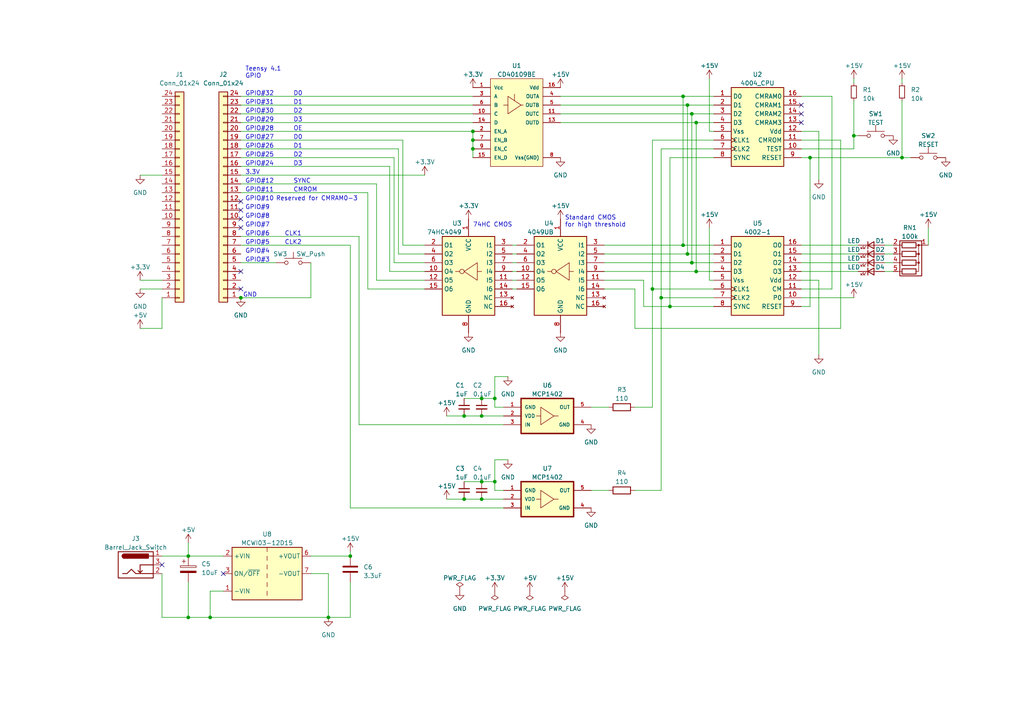
<source format=kicad_sch>
(kicad_sch (version 20230121) (generator eeschema)

  (uuid 950dc676-9e3d-407d-bc99-f86cafc50614)

  (paper "A4")

  (lib_symbols
    (symbol "000_MyLibrary:4002_RAM" (in_bom yes) (on_board yes)
      (property "Reference" "U5" (at 0 13.97 0)
        (effects (font (size 1.27 1.27)))
      )
      (property "Value" "4002-1" (at 0 11.43 0)
        (effects (font (size 1.27 1.27)))
      )
      (property "Footprint" "" (at -10.16 16.51 0)
        (effects (font (size 1.27 1.27)) hide)
      )
      (property "Datasheet" "" (at -10.16 16.51 0)
        (effects (font (size 1.27 1.27)) hide)
      )
      (symbol "4002_RAM_1_0"
        (pin bidirectional line (at -12.7 7.62 0) (length 5.08)
          (name "D0" (effects (font (size 1.27 1.27))))
          (number "1" (effects (font (size 1.27 1.27))))
        )
        (pin input line (at 12.7 -7.62 180) (length 5.08)
          (name "P0" (effects (font (size 1.27 1.27))))
          (number "10" (effects (font (size 1.27 1.27))))
        )
        (pin input line (at 12.7 -5.08 180) (length 5.08)
          (name "CM" (effects (font (size 1.27 1.27))))
          (number "11" (effects (font (size 1.27 1.27))))
        )
        (pin power_in line (at 12.7 -2.54 180) (length 5.08)
          (name "Vdd" (effects (font (size 1.27 1.27))))
          (number "12" (effects (font (size 1.27 1.27))))
        )
        (pin output line (at 12.7 0 180) (length 5.08)
          (name "O3" (effects (font (size 1.27 1.27))))
          (number "13" (effects (font (size 1.27 1.27))))
        )
        (pin output line (at 12.7 2.54 180) (length 5.08)
          (name "O2" (effects (font (size 1.27 1.27))))
          (number "14" (effects (font (size 1.27 1.27))))
        )
        (pin output line (at 12.7 5.08 180) (length 5.08)
          (name "O1" (effects (font (size 1.27 1.27))))
          (number "15" (effects (font (size 1.27 1.27))))
        )
        (pin output line (at 12.7 7.62 180) (length 5.08)
          (name "O0" (effects (font (size 1.27 1.27))))
          (number "16" (effects (font (size 1.27 1.27))))
        )
        (pin bidirectional line (at -12.7 5.08 0) (length 5.08)
          (name "D1" (effects (font (size 1.27 1.27))))
          (number "2" (effects (font (size 1.27 1.27))))
        )
        (pin bidirectional line (at -12.7 2.54 0) (length 5.08)
          (name "D2" (effects (font (size 1.27 1.27))))
          (number "3" (effects (font (size 1.27 1.27))))
        )
        (pin bidirectional line (at -12.7 0 0) (length 5.08)
          (name "D3" (effects (font (size 1.27 1.27))))
          (number "4" (effects (font (size 1.27 1.27))))
        )
        (pin power_in line (at -12.7 -2.54 0) (length 5.08)
          (name "Vss" (effects (font (size 1.27 1.27))))
          (number "5" (effects (font (size 1.27 1.27))))
        )
        (pin input clock (at -12.7 -5.08 0) (length 5.08)
          (name "CLK1" (effects (font (size 1.27 1.27))))
          (number "6" (effects (font (size 1.27 1.27))))
        )
        (pin input clock (at -12.7 -7.62 0) (length 5.08)
          (name "CLK2" (effects (font (size 1.27 1.27))))
          (number "7" (effects (font (size 1.27 1.27))))
        )
        (pin input line (at -12.7 -10.16 0) (length 5.08)
          (name "SYNC" (effects (font (size 1.27 1.27))))
          (number "8" (effects (font (size 1.27 1.27))))
        )
        (pin input line (at 12.7 -10.16 180) (length 5.08)
          (name "RESET" (effects (font (size 1.27 1.27))))
          (number "9" (effects (font (size 1.27 1.27))))
        )
      )
      (symbol "4002_RAM_1_1"
        (rectangle (start -7.62 10.16) (end 7.62 -12.7)
          (stroke (width 0.254) (type default))
          (fill (type background))
        )
      )
    )
    (symbol "000_MyLibrary:4004_CPU" (in_bom yes) (on_board yes)
      (property "Reference" "U2" (at 0 13.97 0)
        (effects (font (size 1.27 1.27)))
      )
      (property "Value" "4004_CPU" (at 0 11.43 0)
        (effects (font (size 1.27 1.27)))
      )
      (property "Footprint" "" (at -10.16 16.51 0)
        (effects (font (size 1.27 1.27)) hide)
      )
      (property "Datasheet" "" (at -10.16 16.51 0)
        (effects (font (size 1.27 1.27)) hide)
      )
      (symbol "4004_CPU_1_0"
        (pin bidirectional line (at -12.7 7.62 0) (length 5.08)
          (name "D0" (effects (font (size 1.27 1.27))))
          (number "1" (effects (font (size 1.27 1.27))))
        )
        (pin input line (at 12.7 -7.62 180) (length 5.08)
          (name "TEST" (effects (font (size 1.27 1.27))))
          (number "10" (effects (font (size 1.27 1.27))))
        )
        (pin output line (at 12.7 -5.08 180) (length 5.08)
          (name "CMROM" (effects (font (size 1.27 1.27))))
          (number "11" (effects (font (size 1.27 1.27))))
        )
        (pin power_in line (at 12.7 -2.54 180) (length 5.08)
          (name "Vdd" (effects (font (size 1.27 1.27))))
          (number "12" (effects (font (size 1.27 1.27))))
        )
        (pin output line (at 12.7 0 180) (length 5.08)
          (name "CMRAM3" (effects (font (size 1.27 1.27))))
          (number "13" (effects (font (size 1.27 1.27))))
        )
        (pin output line (at 12.7 2.54 180) (length 5.08)
          (name "CMRAM2" (effects (font (size 1.27 1.27))))
          (number "14" (effects (font (size 1.27 1.27))))
        )
        (pin output line (at 12.7 5.08 180) (length 5.08)
          (name "CMRAM1" (effects (font (size 1.27 1.27))))
          (number "15" (effects (font (size 1.27 1.27))))
        )
        (pin output line (at 12.7 7.62 180) (length 5.08)
          (name "CMRAM0" (effects (font (size 1.27 1.27))))
          (number "16" (effects (font (size 1.27 1.27))))
        )
        (pin bidirectional line (at -12.7 5.08 0) (length 5.08)
          (name "D1" (effects (font (size 1.27 1.27))))
          (number "2" (effects (font (size 1.27 1.27))))
        )
        (pin bidirectional line (at -12.7 2.54 0) (length 5.08)
          (name "D2" (effects (font (size 1.27 1.27))))
          (number "3" (effects (font (size 1.27 1.27))))
        )
        (pin bidirectional line (at -12.7 0 0) (length 5.08)
          (name "D3" (effects (font (size 1.27 1.27))))
          (number "4" (effects (font (size 1.27 1.27))))
        )
        (pin power_in line (at -12.7 -2.54 0) (length 5.08)
          (name "Vss" (effects (font (size 1.27 1.27))))
          (number "5" (effects (font (size 1.27 1.27))))
        )
        (pin input clock (at -12.7 -5.08 0) (length 5.08)
          (name "CLK1" (effects (font (size 1.27 1.27))))
          (number "6" (effects (font (size 1.27 1.27))))
        )
        (pin input clock (at -12.7 -7.62 0) (length 5.08)
          (name "CLK2" (effects (font (size 1.27 1.27))))
          (number "7" (effects (font (size 1.27 1.27))))
        )
        (pin output line (at -12.7 -10.16 0) (length 5.08)
          (name "SYNC" (effects (font (size 1.27 1.27))))
          (number "8" (effects (font (size 1.27 1.27))))
        )
        (pin input line (at 12.7 -10.16 180) (length 5.08)
          (name "RESET" (effects (font (size 1.27 1.27))))
          (number "9" (effects (font (size 1.27 1.27))))
        )
      )
      (symbol "4004_CPU_1_1"
        (rectangle (start -7.62 10.16) (end 7.62 -12.7)
          (stroke (width 0.254) (type default))
          (fill (type background))
        )
      )
    )
    (symbol "000_MyLibrary:4049" (in_bom yes) (on_board yes)
      (property "Reference" "U5" (at 7.62 12.7 0)
        (effects (font (size 1.27 1.27)) (justify right))
      )
      (property "Value" "4049" (at 7.62 10.16 0)
        (effects (font (size 1.27 1.27)) (justify right))
      )
      (property "Footprint" "" (at -13.97 -12.7 0)
        (effects (font (size 1.27 1.27)) hide)
      )
      (property "Datasheet" "" (at -13.97 -12.7 0)
        (effects (font (size 1.27 1.27)) hide)
      )
      (symbol "4049_0_1"
        (circle (center 1.905 -2.54) (radius 0.6373)
          (stroke (width 0) (type default))
          (fill (type none))
        )
      )
      (symbol "4049_1_0"
        (pin power_in line (at 0 12.7 270) (length 5.08)
          (name "VCC" (effects (font (size 1.27 1.27))))
          (number "1" (effects (font (size 1.27 1.27))))
        )
        (pin output line (at 12.7 -2.54 180) (length 5.08)
          (name "O4" (effects (font (size 1.27 1.27))))
          (number "10" (effects (font (size 1.27 1.27))))
        )
        (pin input line (at -12.7 -5.08 0) (length 5.08)
          (name "I5" (effects (font (size 1.27 1.27))))
          (number "11" (effects (font (size 1.27 1.27))))
        )
        (pin output line (at 12.7 -5.08 180) (length 5.08)
          (name "O5" (effects (font (size 1.27 1.27))))
          (number "12" (effects (font (size 1.27 1.27))))
        )
        (pin no_connect line (at -12.7 -10.16 0) (length 5.08)
          (name "NC" (effects (font (size 1.27 1.27))))
          (number "13" (effects (font (size 1.27 1.27))))
        )
        (pin input line (at -12.7 -7.62 0) (length 5.08)
          (name "I6" (effects (font (size 1.27 1.27))))
          (number "14" (effects (font (size 1.27 1.27))))
        )
        (pin output line (at 12.7 -7.62 180) (length 5.08)
          (name "O6" (effects (font (size 1.27 1.27))))
          (number "15" (effects (font (size 1.27 1.27))))
        )
        (pin no_connect line (at -12.7 -12.7 0) (length 5.08)
          (name "NC" (effects (font (size 1.27 1.27))))
          (number "16" (effects (font (size 1.27 1.27))))
        )
        (pin output line (at 12.7 5.08 180) (length 5.08)
          (name "O1" (effects (font (size 1.27 1.27))))
          (number "2" (effects (font (size 1.27 1.27))))
        )
        (pin input line (at -12.7 5.08 0) (length 5.08)
          (name "I1" (effects (font (size 1.27 1.27))))
          (number "3" (effects (font (size 1.27 1.27))))
        )
        (pin output line (at 12.7 2.54 180) (length 5.08)
          (name "O2" (effects (font (size 1.27 1.27))))
          (number "4" (effects (font (size 1.27 1.27))))
        )
        (pin input line (at -12.7 2.54 0) (length 5.08)
          (name "I2" (effects (font (size 1.27 1.27))))
          (number "5" (effects (font (size 1.27 1.27))))
        )
        (pin output line (at 12.7 0 180) (length 5.08)
          (name "O3" (effects (font (size 1.27 1.27))))
          (number "6" (effects (font (size 1.27 1.27))))
        )
        (pin input line (at -12.7 0 0) (length 5.08)
          (name "I3" (effects (font (size 1.27 1.27))))
          (number "7" (effects (font (size 1.27 1.27))))
        )
        (pin power_in line (at 0 -20.32 90) (length 5.08)
          (name "GND" (effects (font (size 1.27 1.27))))
          (number "8" (effects (font (size 1.27 1.27))))
        )
        (pin input line (at -12.7 -2.54 0) (length 5.08)
          (name "I4" (effects (font (size 1.27 1.27))))
          (number "9" (effects (font (size 1.27 1.27))))
        )
      )
      (symbol "4049_1_1"
        (rectangle (start -7.62 7.62) (end 7.62 -15.24)
          (stroke (width 0.254) (type default))
          (fill (type background))
        )
        (polyline
          (pts
            (xy -2.54 -2.54)
            (xy -3.81 -2.54)
          )
          (stroke (width 0) (type default))
          (fill (type none))
        )
        (polyline
          (pts
            (xy 2.54 -2.54)
            (xy 3.81 -2.54)
          )
          (stroke (width 0) (type default))
          (fill (type none))
        )
        (polyline
          (pts
            (xy 1.27 -2.54)
            (xy -2.54 0)
            (xy -2.54 -5.08)
            (xy 1.27 -2.54)
          )
          (stroke (width 0) (type default))
          (fill (type none))
        )
      )
    )
    (symbol "000_MyLibrary:Barrel_Jack_Switch" (pin_names hide) (in_bom yes) (on_board yes)
      (property "Reference" "J" (at 0 5.334 0)
        (effects (font (size 1.27 1.27)))
      )
      (property "Value" "Barrel_Jack_Switch" (at 0 -5.08 0)
        (effects (font (size 1.27 1.27)))
      )
      (property "Footprint" "" (at 1.27 -1.016 0)
        (effects (font (size 1.27 1.27)) hide)
      )
      (property "Datasheet" "~" (at 1.27 -1.016 0)
        (effects (font (size 1.27 1.27)) hide)
      )
      (property "ki_keywords" "DC power barrel jack connector" (at 0 0 0)
        (effects (font (size 1.27 1.27)) hide)
      )
      (property "ki_description" "DC Barrel Jack with an internal switch" (at 0 0 0)
        (effects (font (size 1.27 1.27)) hide)
      )
      (property "ki_fp_filters" "BarrelJack*" (at 0 0 0)
        (effects (font (size 1.27 1.27)) hide)
      )
      (symbol "Barrel_Jack_Switch_0_1"
        (arc (start -3.302 3.175) (mid -3.9343 2.54) (end -3.302 1.905)
          (stroke (width 0.254) (type default))
          (fill (type none))
        )
        (arc (start -3.302 3.175) (mid -3.9343 2.54) (end -3.302 1.905)
          (stroke (width 0.254) (type default))
          (fill (type outline))
        )
        (polyline
          (pts
            (xy 1.27 -2.286)
            (xy 1.905 -1.651)
          )
          (stroke (width 0.254) (type default))
          (fill (type none))
        )
        (polyline
          (pts
            (xy 5.08 2.54)
            (xy 3.81 2.54)
          )
          (stroke (width 0.254) (type default))
          (fill (type none))
        )
        (polyline
          (pts
            (xy 5.08 0)
            (xy 1.27 0)
            (xy 1.27 -2.286)
            (xy 0.635 -1.651)
          )
          (stroke (width 0.254) (type default))
          (fill (type none))
        )
        (polyline
          (pts
            (xy -3.81 -2.54)
            (xy -2.54 -2.54)
            (xy -1.27 -1.27)
            (xy 0 -2.54)
            (xy 2.54 -2.54)
            (xy 5.08 -2.54)
          )
          (stroke (width 0.254) (type default))
          (fill (type none))
        )
        (rectangle (start 3.683 3.175) (end -3.302 1.905)
          (stroke (width 0.254) (type default))
          (fill (type outline))
        )
      )
      (symbol "Barrel_Jack_Switch_1_1"
        (rectangle (start -5.08 3.81) (end 5.08 -3.81)
          (stroke (width 0.254) (type default))
          (fill (type none))
        )
        (pin passive line (at 7.62 2.54 180) (length 2.54)
          (name "~" (effects (font (size 1.27 1.27))))
          (number "1" (effects (font (size 1.27 1.27))))
        )
        (pin passive line (at 7.62 -2.54 180) (length 2.54)
          (name "~" (effects (font (size 1.27 1.27))))
          (number "2" (effects (font (size 1.27 1.27))))
        )
        (pin passive line (at 7.62 0 180) (length 2.54)
          (name "~" (effects (font (size 1.27 1.27))))
          (number "3" (effects (font (size 1.27 1.27))))
        )
      )
    )
    (symbol "000_MyLibrary:C" (pin_numbers hide) (pin_names (offset 0.254)) (in_bom yes) (on_board yes)
      (property "Reference" "C" (at 0.635 2.54 0)
        (effects (font (size 1.27 1.27)) (justify left))
      )
      (property "Value" "C" (at 0.635 -2.54 0)
        (effects (font (size 1.27 1.27)) (justify left))
      )
      (property "Footprint" "" (at 0.9652 -3.81 0)
        (effects (font (size 1.27 1.27)) hide)
      )
      (property "Datasheet" "~" (at 0 0 0)
        (effects (font (size 1.27 1.27)) hide)
      )
      (property "ki_keywords" "cap capacitor" (at 0 0 0)
        (effects (font (size 1.27 1.27)) hide)
      )
      (property "ki_description" "Unpolarized capacitor" (at 0 0 0)
        (effects (font (size 1.27 1.27)) hide)
      )
      (property "ki_fp_filters" "C_*" (at 0 0 0)
        (effects (font (size 1.27 1.27)) hide)
      )
      (symbol "C_0_1"
        (polyline
          (pts
            (xy -2.032 -0.762)
            (xy 2.032 -0.762)
          )
          (stroke (width 0.508) (type default))
          (fill (type none))
        )
        (polyline
          (pts
            (xy -2.032 0.762)
            (xy 2.032 0.762)
          )
          (stroke (width 0.508) (type default))
          (fill (type none))
        )
      )
      (symbol "C_1_1"
        (pin passive line (at 0 3.81 270) (length 2.794)
          (name "~" (effects (font (size 1.27 1.27))))
          (number "1" (effects (font (size 1.27 1.27))))
        )
        (pin passive line (at 0 -3.81 90) (length 2.794)
          (name "~" (effects (font (size 1.27 1.27))))
          (number "2" (effects (font (size 1.27 1.27))))
        )
      )
    )
    (symbol "000_MyLibrary:CD40109BE" (pin_names (offset 1.016)) (in_bom yes) (on_board yes)
      (property "Reference" "U" (at -7.62 13.97 0)
        (effects (font (size 1.27 1.27)) (justify left bottom))
      )
      (property "Value" "CD40109BE" (at -7.62 -16.51 0)
        (effects (font (size 1.27 1.27)) (justify left bottom))
      )
      (property "Footprint" "DIP794W45P254L1969H508Q16" (at 1.27 -20.32 0)
        (effects (font (size 1.27 1.27)) (justify bottom) hide)
      )
      (property "Datasheet" "" (at 0 -2.54 0)
        (effects (font (size 1.27 1.27)) hide)
      )
      (symbol "CD40109BE_0_0"
        (pin input line (at -12.7 -10.16 0) (length 5.08)
          (name "EN_D" (effects (font (size 1.016 1.016))))
          (number "15" (effects (font (size 1.016 1.016))))
        )
        (pin input line (at -12.7 -2.54 0) (length 5.08)
          (name "EN_A" (effects (font (size 1.016 1.016))))
          (number "2" (effects (font (size 1.016 1.016))))
        )
        (pin input line (at -12.7 -5.08 0) (length 5.08)
          (name "EN_B" (effects (font (size 1.016 1.016))))
          (number "7" (effects (font (size 1.016 1.016))))
        )
        (pin input line (at -12.7 -7.62 0) (length 5.08)
          (name "EN_C" (effects (font (size 1.016 1.016))))
          (number "9" (effects (font (size 1.016 1.016))))
        )
      )
      (symbol "CD40109BE_0_1"
        (polyline
          (pts
            (xy -2.54 5.08)
            (xy -3.81 5.08)
          )
          (stroke (width 0) (type default))
          (fill (type none))
        )
        (polyline
          (pts
            (xy -0.635 6.35)
            (xy -0.635 8.255)
          )
          (stroke (width 0) (type default))
          (fill (type none))
        )
        (polyline
          (pts
            (xy 1.27 5.08)
            (xy 1.905 5.08)
          )
          (stroke (width 0) (type default))
          (fill (type none))
        )
        (polyline
          (pts
            (xy -2.54 7.62)
            (xy -2.54 2.54)
            (xy 1.27 5.08)
            (xy -2.54 7.62)
          )
          (stroke (width 0) (type default))
          (fill (type none))
        )
      )
      (symbol "CD40109BE_1_0"
        (rectangle (start -7.62 12.7) (end 7.62 -12.7)
          (stroke (width 0) (type default))
          (fill (type background))
        )
        (pin power_in line (at -12.7 10.16 0) (length 5.08)
          (name "Vcc" (effects (font (size 1.016 1.016))))
          (number "1" (effects (font (size 1.016 1.016))))
        )
        (pin input line (at -12.7 2.54 0) (length 5.08)
          (name "C" (effects (font (size 1.016 1.016))))
          (number "10" (effects (font (size 1.016 1.016))))
        )
        (pin output line (at 12.7 2.54 180) (length 5.08)
          (name "OUTC" (effects (font (size 1.016 1.016))))
          (number "11" (effects (font (size 1.016 1.016))))
        )
        (pin output line (at 12.7 0 180) (length 5.08)
          (name "OUTD" (effects (font (size 1.016 1.016))))
          (number "13" (effects (font (size 1.016 1.016))))
        )
        (pin input line (at -12.7 0 0) (length 5.08)
          (name "D" (effects (font (size 1.016 1.016))))
          (number "14" (effects (font (size 1.016 1.016))))
        )
        (pin power_in line (at 12.7 10.16 180) (length 5.08)
          (name "Vdd" (effects (font (size 1.016 1.016))))
          (number "16" (effects (font (size 1.016 1.016))))
        )
        (pin input line (at -12.7 7.62 0) (length 5.08)
          (name "A" (effects (font (size 1.016 1.016))))
          (number "3" (effects (font (size 1.016 1.016))))
        )
        (pin output line (at 12.7 7.62 180) (length 5.08)
          (name "OUTA" (effects (font (size 1.016 1.016))))
          (number "4" (effects (font (size 1.016 1.016))))
        )
        (pin output line (at 12.7 5.08 180) (length 5.08)
          (name "OUTB" (effects (font (size 1.016 1.016))))
          (number "5" (effects (font (size 1.016 1.016))))
        )
        (pin input line (at -12.7 5.08 0) (length 5.08)
          (name "B" (effects (font (size 1.016 1.016))))
          (number "6" (effects (font (size 1.016 1.016))))
        )
        (pin power_in line (at 12.7 -10.16 180) (length 5.08)
          (name "Vss(GND)" (effects (font (size 1.016 1.016))))
          (number "8" (effects (font (size 1.016 1.016))))
        )
      )
    )
    (symbol "000_MyLibrary:C_Polarized" (pin_numbers hide) (pin_names (offset 0.254)) (in_bom yes) (on_board yes)
      (property "Reference" "C" (at 0.635 2.54 0)
        (effects (font (size 1.27 1.27)) (justify left))
      )
      (property "Value" "C_Polarized" (at 0.635 -2.54 0)
        (effects (font (size 1.27 1.27)) (justify left))
      )
      (property "Footprint" "" (at 0.9652 -3.81 0)
        (effects (font (size 1.27 1.27)) hide)
      )
      (property "Datasheet" "~" (at 0 0 0)
        (effects (font (size 1.27 1.27)) hide)
      )
      (property "ki_keywords" "cap capacitor" (at 0 0 0)
        (effects (font (size 1.27 1.27)) hide)
      )
      (property "ki_description" "Polarized capacitor" (at 0 0 0)
        (effects (font (size 1.27 1.27)) hide)
      )
      (property "ki_fp_filters" "CP_*" (at 0 0 0)
        (effects (font (size 1.27 1.27)) hide)
      )
      (symbol "C_Polarized_0_1"
        (rectangle (start -2.286 0.508) (end 2.286 1.016)
          (stroke (width 0) (type default))
          (fill (type none))
        )
        (polyline
          (pts
            (xy -1.778 2.286)
            (xy -0.762 2.286)
          )
          (stroke (width 0) (type default))
          (fill (type none))
        )
        (polyline
          (pts
            (xy -1.27 2.794)
            (xy -1.27 1.778)
          )
          (stroke (width 0) (type default))
          (fill (type none))
        )
        (rectangle (start 2.286 -0.508) (end -2.286 -1.016)
          (stroke (width 0) (type default))
          (fill (type outline))
        )
      )
      (symbol "C_Polarized_1_1"
        (pin passive line (at 0 3.81 270) (length 2.794)
          (name "~" (effects (font (size 1.27 1.27))))
          (number "1" (effects (font (size 1.27 1.27))))
        )
        (pin passive line (at 0 -3.81 90) (length 2.794)
          (name "~" (effects (font (size 1.27 1.27))))
          (number "2" (effects (font (size 1.27 1.27))))
        )
      )
    )
    (symbol "000_MyLibrary:C_Small" (pin_numbers hide) (pin_names (offset 0.254) hide) (in_bom yes) (on_board yes)
      (property "Reference" "C" (at 0.254 1.778 0)
        (effects (font (size 1.27 1.27)) (justify left))
      )
      (property "Value" "C_Small" (at 0.254 -2.032 0)
        (effects (font (size 1.27 1.27)) (justify left))
      )
      (property "Footprint" "" (at 0 0 0)
        (effects (font (size 1.27 1.27)) hide)
      )
      (property "Datasheet" "~" (at 0 0 0)
        (effects (font (size 1.27 1.27)) hide)
      )
      (property "ki_keywords" "capacitor cap" (at 0 0 0)
        (effects (font (size 1.27 1.27)) hide)
      )
      (property "ki_description" "Unpolarized capacitor, small symbol" (at 0 0 0)
        (effects (font (size 1.27 1.27)) hide)
      )
      (property "ki_fp_filters" "C_*" (at 0 0 0)
        (effects (font (size 1.27 1.27)) hide)
      )
      (symbol "C_Small_0_1"
        (polyline
          (pts
            (xy -1.524 -0.508)
            (xy 1.524 -0.508)
          )
          (stroke (width 0.3302) (type default))
          (fill (type none))
        )
        (polyline
          (pts
            (xy -1.524 0.508)
            (xy 1.524 0.508)
          )
          (stroke (width 0.3048) (type default))
          (fill (type none))
        )
      )
      (symbol "C_Small_1_1"
        (pin passive line (at 0 2.54 270) (length 2.032)
          (name "~" (effects (font (size 1.27 1.27))))
          (number "1" (effects (font (size 1.27 1.27))))
        )
        (pin passive line (at 0 -2.54 90) (length 2.032)
          (name "~" (effects (font (size 1.27 1.27))))
          (number "2" (effects (font (size 1.27 1.27))))
        )
      )
    )
    (symbol "000_MyLibrary:LED" (pin_numbers hide) (pin_names (offset 1.016) hide) (in_bom yes) (on_board yes)
      (property "Reference" "D" (at 0.254 2.54 0)
        (effects (font (size 1.27 1.27)))
      )
      (property "Value" "LED" (at 0.254 -2.54 0)
        (effects (font (size 1.27 1.27)))
      )
      (property "Footprint" "" (at 0.254 0 0)
        (effects (font (size 1.27 1.27)) hide)
      )
      (property "Datasheet" "~" (at 0.254 0 0)
        (effects (font (size 1.27 1.27)) hide)
      )
      (property "ki_keywords" "LED diode" (at 0 0 0)
        (effects (font (size 1.27 1.27)) hide)
      )
      (property "ki_description" "Light emitting diode" (at 0 0 0)
        (effects (font (size 1.27 1.27)) hide)
      )
      (property "ki_fp_filters" "LED* LED_SMD:* LED_THT:*" (at 0 0 0)
        (effects (font (size 1.27 1.27)) hide)
      )
      (symbol "LED_0_1"
        (polyline
          (pts
            (xy -1.27 0)
            (xy 1.27 0)
          )
          (stroke (width 0) (type default))
          (fill (type none))
        )
        (polyline
          (pts
            (xy -1.016 -1.016)
            (xy -1.016 1.016)
          )
          (stroke (width 0.254) (type default))
          (fill (type none))
        )
        (polyline
          (pts
            (xy 0.762 -1.016)
            (xy 0.762 1.016)
            (xy -1.016 0)
            (xy 0.762 -1.016)
          )
          (stroke (width 0.254) (type default))
          (fill (type none))
        )
        (polyline
          (pts
            (xy -2.286 -0.254)
            (xy -3.048 -1.016)
            (xy -2.54 -1.016)
            (xy -3.048 -1.016)
            (xy -3.048 -0.508)
          )
          (stroke (width 0) (type default))
          (fill (type none))
        )
        (polyline
          (pts
            (xy -1.524 -0.254)
            (xy -2.286 -1.016)
            (xy -1.778 -1.016)
            (xy -2.286 -1.016)
            (xy -2.286 -0.508)
          )
          (stroke (width 0) (type default))
          (fill (type none))
        )
      )
      (symbol "LED_1_1"
        (pin passive line (at -3.81 0 0) (length 2.54)
          (name "K" (effects (font (size 1.27 1.27))))
          (number "1" (effects (font (size 1.27 1.27))))
        )
        (pin passive line (at 3.81 0 180) (length 2.54)
          (name "A" (effects (font (size 1.27 1.27))))
          (number "2" (effects (font (size 1.27 1.27))))
        )
      )
    )
    (symbol "000_MyLibrary:MCP1402" (pin_names (offset 1.016)) (in_bom yes) (on_board yes)
      (property "Reference" "U" (at -7.62 6.35 0)
        (effects (font (size 1.27 1.27)) (justify left bottom))
      )
      (property "Value" "MCP1402" (at -7.62 -7.62 0)
        (effects (font (size 1.27 1.27)) (justify left bottom))
      )
      (property "Footprint" "SOT95P270X145-5N" (at 0 0 0)
        (effects (font (size 1.27 1.27)) (justify bottom) hide)
      )
      (property "Datasheet" "https://ww1.microchip.com/downloads/en/DeviceDoc/20002052D.pdf" (at -0.635 -2.54 0)
        (effects (font (size 1.27 1.27)) hide)
      )
      (property "ki_keywords" "gate driver, non-inverting" (at 0 0 0)
        (effects (font (size 1.27 1.27)) hide)
      )
      (property "ki_description" "Tiny 500 mA, High-Speed Power MOSFET Driver" (at 0 0 0)
        (effects (font (size 1.27 1.27)) hide)
      )
      (symbol "MCP1402_0_0"
        (rectangle (start -7.62 5.08) (end 7.62 -5.08)
          (stroke (width 0.41) (type default))
          (fill (type background))
        )
        (pin input line (at -12.7 -2.54 0) (length 5.08)
          (name "IN" (effects (font (size 1.016 1.016))))
          (number "3" (effects (font (size 1.016 1.016))))
        )
        (pin power_in line (at 12.7 -2.54 180) (length 5.08)
          (name "GND" (effects (font (size 1.016 1.016))))
          (number "4" (effects (font (size 1.016 1.016))))
        )
      )
      (symbol "MCP1402_0_1"
        (polyline
          (pts
            (xy -1.905 0)
            (xy -3.175 0)
          )
          (stroke (width 0) (type default))
          (fill (type none))
        )
        (polyline
          (pts
            (xy 1.905 0)
            (xy 3.175 0)
          )
          (stroke (width 0) (type default))
          (fill (type none))
        )
        (polyline
          (pts
            (xy -1.905 2.54)
            (xy -1.905 -2.54)
            (xy 1.905 0)
            (xy -1.905 2.54)
          )
          (stroke (width 0) (type default))
          (fill (type none))
        )
      )
      (symbol "MCP1402_1_0"
        (pin power_in line (at -12.7 2.54 0) (length 5.08)
          (name "GND" (effects (font (size 1.016 1.016))))
          (number "1" (effects (font (size 1.016 1.016))))
        )
        (pin power_in line (at -12.7 0 0) (length 5.08)
          (name "VDD" (effects (font (size 1.016 1.016))))
          (number "2" (effects (font (size 1.016 1.016))))
        )
        (pin output line (at 12.7 2.54 180) (length 5.08)
          (name "OUT" (effects (font (size 1.016 1.016))))
          (number "5" (effects (font (size 1.016 1.016))))
        )
      )
    )
    (symbol "000_MyLibrary:MCWI03-12D15" (in_bom yes) (on_board yes)
      (property "Reference" "U" (at 0 11.43 0)
        (effects (font (size 1.27 1.27)))
      )
      (property "Value" "MCWI03-12D15" (at 0 8.89 0)
        (effects (font (size 1.27 1.27)))
      )
      (property "Footprint" "" (at 0 -8.89 0)
        (effects (font (size 1.27 1.27) italic) hide)
      )
      (property "Datasheet" "https://akizukidenshi.com/download/ds/minmax/MCWI03-12x.pdf" (at 0 -11.43 0)
        (effects (font (size 1.27 1.27)) hide)
      )
      (property "ki_keywords" "DC/DC converter single" (at 0 0 0)
        (effects (font (size 1.27 1.27)) hide)
      )
      (property "ki_description" "3W Isolated DC/DC Converter Module, 4.5-18V input, 15V output" (at 0 0 0)
        (effects (font (size 1.27 1.27)) hide)
      )
      (property "ki_fp_filters" "*Artesyn*ATA*SMD*" (at 0 0 0)
        (effects (font (size 1.27 1.27)) hide)
      )
      (symbol "MCWI03-12D15_0_1"
        (rectangle (start -10.16 7.62) (end 10.16 -7.62)
          (stroke (width 0.254) (type default))
          (fill (type background))
        )
        (polyline
          (pts
            (xy 0 -5.08)
            (xy 0 -6.35)
          )
          (stroke (width 0) (type default))
          (fill (type none))
        )
        (polyline
          (pts
            (xy 0 -2.54)
            (xy 0 -3.81)
          )
          (stroke (width 0) (type default))
          (fill (type none))
        )
        (polyline
          (pts
            (xy 0 0)
            (xy 0 -1.27)
          )
          (stroke (width 0) (type default))
          (fill (type none))
        )
        (polyline
          (pts
            (xy 0 2.54)
            (xy 0 1.27)
          )
          (stroke (width 0) (type default))
          (fill (type none))
        )
        (polyline
          (pts
            (xy 0 5.08)
            (xy 0 3.81)
          )
          (stroke (width 0) (type default))
          (fill (type none))
        )
        (polyline
          (pts
            (xy 0 7.62)
            (xy 0 6.35)
          )
          (stroke (width 0) (type default))
          (fill (type none))
        )
      )
      (symbol "MCWI03-12D15_1_1"
        (pin power_in line (at -12.7 -5.08 0) (length 2.54)
          (name "-VIN" (effects (font (size 1.27 1.27))))
          (number "1" (effects (font (size 1.27 1.27))))
        )
        (pin power_in line (at -12.7 5.08 0) (length 2.54)
          (name "+VIN" (effects (font (size 1.27 1.27))))
          (number "2" (effects (font (size 1.27 1.27))))
        )
        (pin input line (at -12.7 0 0) (length 2.54)
          (name "ON/~{OFF}" (effects (font (size 1.27 1.27))))
          (number "3" (effects (font (size 1.27 1.27))))
        )
        (pin no_connect line (at 10.16 -2.54 180) (length 2.54) hide
          (name "NC" (effects (font (size 1.27 1.27))))
          (number "5" (effects (font (size 1.27 1.27))))
        )
        (pin power_out line (at 12.7 5.08 180) (length 2.54)
          (name "+VOUT" (effects (font (size 1.27 1.27))))
          (number "6" (effects (font (size 1.27 1.27))))
        )
        (pin power_out line (at 12.7 0 180) (length 2.54)
          (name "-VOUT" (effects (font (size 1.27 1.27))))
          (number "7" (effects (font (size 1.27 1.27))))
        )
        (pin no_connect line (at 10.16 -5.08 180) (length 2.54) hide
          (name "NC" (effects (font (size 1.27 1.27))))
          (number "8" (effects (font (size 1.27 1.27))))
        )
      )
    )
    (symbol "000_MyLibrary:R" (pin_numbers hide) (pin_names (offset 0)) (in_bom yes) (on_board yes)
      (property "Reference" "R" (at 2.032 0 90)
        (effects (font (size 1.27 1.27)))
      )
      (property "Value" "R" (at 0 0 90)
        (effects (font (size 1.27 1.27)))
      )
      (property "Footprint" "" (at -1.778 0 90)
        (effects (font (size 1.27 1.27)) hide)
      )
      (property "Datasheet" "~" (at 0 0 0)
        (effects (font (size 1.27 1.27)) hide)
      )
      (property "ki_keywords" "R res resistor" (at 0 0 0)
        (effects (font (size 1.27 1.27)) hide)
      )
      (property "ki_description" "Resistor" (at 0 0 0)
        (effects (font (size 1.27 1.27)) hide)
      )
      (property "ki_fp_filters" "R_*" (at 0 0 0)
        (effects (font (size 1.27 1.27)) hide)
      )
      (symbol "R_0_1"
        (rectangle (start -1.016 -2.54) (end 1.016 2.54)
          (stroke (width 0.254) (type default))
          (fill (type none))
        )
      )
      (symbol "R_1_1"
        (pin passive line (at 0 3.81 270) (length 1.27)
          (name "~" (effects (font (size 1.27 1.27))))
          (number "1" (effects (font (size 1.27 1.27))))
        )
        (pin passive line (at 0 -3.81 90) (length 1.27)
          (name "~" (effects (font (size 1.27 1.27))))
          (number "2" (effects (font (size 1.27 1.27))))
        )
      )
    )
    (symbol "000_MyLibrary:R_Network04" (pin_names (offset 0) hide) (in_bom yes) (on_board yes)
      (property "Reference" "RN" (at -7.62 0 90)
        (effects (font (size 1.27 1.27)))
      )
      (property "Value" "R_Network04" (at 5.08 0 90)
        (effects (font (size 1.27 1.27)))
      )
      (property "Footprint" "Resistor_THT:R_Array_SIP5" (at 6.985 0 90)
        (effects (font (size 1.27 1.27)) hide)
      )
      (property "Datasheet" "http://www.vishay.com/docs/31509/csc.pdf" (at 0 0 0)
        (effects (font (size 1.27 1.27)) hide)
      )
      (property "ki_keywords" "R network star-topology" (at 0 0 0)
        (effects (font (size 1.27 1.27)) hide)
      )
      (property "ki_description" "4 resistor network, star topology, bussed resistors, small symbol" (at 0 0 0)
        (effects (font (size 1.27 1.27)) hide)
      )
      (property "ki_fp_filters" "R?Array?SIP*" (at 0 0 0)
        (effects (font (size 1.27 1.27)) hide)
      )
      (symbol "R_Network04_0_1"
        (rectangle (start -5.842 1.524) (end -4.318 -2.54)
          (stroke (width 0.254) (type default))
          (fill (type none))
        )
        (circle (center -5.08 2.286) (radius 0.254)
          (stroke (width 0) (type default))
          (fill (type outline))
        )
        (rectangle (start -3.302 1.524) (end -1.778 -2.54)
          (stroke (width 0.254) (type default))
          (fill (type none))
        )
        (circle (center -2.54 2.286) (radius 0.254)
          (stroke (width 0) (type default))
          (fill (type outline))
        )
        (rectangle (start -0.762 1.524) (end 0.762 -2.54)
          (stroke (width 0.254) (type default))
          (fill (type none))
        )
        (polyline
          (pts
            (xy -5.08 -2.54)
            (xy -5.08 -3.81)
          )
          (stroke (width 0) (type default))
          (fill (type none))
        )
        (polyline
          (pts
            (xy -2.54 -2.54)
            (xy -2.54 -3.81)
          )
          (stroke (width 0) (type default))
          (fill (type none))
        )
        (polyline
          (pts
            (xy 0 -2.54)
            (xy 0 -3.81)
          )
          (stroke (width 0) (type default))
          (fill (type none))
        )
        (polyline
          (pts
            (xy 2.54 -2.54)
            (xy 2.54 -3.81)
          )
          (stroke (width 0) (type default))
          (fill (type none))
        )
        (polyline
          (pts
            (xy -5.08 1.524)
            (xy -5.08 2.286)
            (xy -2.54 2.286)
            (xy -2.54 1.524)
          )
          (stroke (width 0) (type default))
          (fill (type none))
        )
        (polyline
          (pts
            (xy -2.54 1.524)
            (xy -2.54 2.286)
            (xy 0 2.286)
            (xy 0 1.524)
          )
          (stroke (width 0) (type default))
          (fill (type none))
        )
        (polyline
          (pts
            (xy 0 1.524)
            (xy 0 2.286)
            (xy 2.54 2.286)
            (xy 2.54 1.524)
          )
          (stroke (width 0) (type default))
          (fill (type none))
        )
        (circle (center 0 2.286) (radius 0.254)
          (stroke (width 0) (type default))
          (fill (type outline))
        )
        (rectangle (start 1.778 1.524) (end 3.302 -2.54)
          (stroke (width 0.254) (type default))
          (fill (type none))
        )
      )
      (symbol "R_Network04_1_1"
        (rectangle (start -6.35 3.175) (end 3.81 -3.175)
          (stroke (width 0.254) (type default))
          (fill (type none))
        )
        (pin passive line (at -5.08 5.08 270) (length 2.54)
          (name "common" (effects (font (size 1.27 1.27))))
          (number "1" (effects (font (size 1.27 1.27))))
        )
        (pin passive line (at -5.08 -5.08 90) (length 1.27)
          (name "R1" (effects (font (size 1.27 1.27))))
          (number "2" (effects (font (size 1.27 1.27))))
        )
        (pin passive line (at -2.54 -5.08 90) (length 1.27)
          (name "R2" (effects (font (size 1.27 1.27))))
          (number "3" (effects (font (size 1.27 1.27))))
        )
        (pin passive line (at 0 -5.08 90) (length 1.27)
          (name "R3" (effects (font (size 1.27 1.27))))
          (number "4" (effects (font (size 1.27 1.27))))
        )
        (pin passive line (at 2.54 -5.08 90) (length 1.27)
          (name "R4" (effects (font (size 1.27 1.27))))
          (number "5" (effects (font (size 1.27 1.27))))
        )
      )
    )
    (symbol "000_MyLibrary:R_Small" (pin_numbers hide) (pin_names (offset 0.254) hide) (in_bom yes) (on_board yes)
      (property "Reference" "R" (at 0.762 0.508 0)
        (effects (font (size 1.27 1.27)) (justify left))
      )
      (property "Value" "R_Small" (at 0.762 -1.016 0)
        (effects (font (size 1.27 1.27)) (justify left))
      )
      (property "Footprint" "" (at 0 0 0)
        (effects (font (size 1.27 1.27)) hide)
      )
      (property "Datasheet" "~" (at 0 0 0)
        (effects (font (size 1.27 1.27)) hide)
      )
      (property "ki_keywords" "R resistor" (at 0 0 0)
        (effects (font (size 1.27 1.27)) hide)
      )
      (property "ki_description" "Resistor, small symbol" (at 0 0 0)
        (effects (font (size 1.27 1.27)) hide)
      )
      (property "ki_fp_filters" "R_*" (at 0 0 0)
        (effects (font (size 1.27 1.27)) hide)
      )
      (symbol "R_Small_0_1"
        (rectangle (start -0.762 1.778) (end 0.762 -1.778)
          (stroke (width 0.2032) (type default))
          (fill (type none))
        )
      )
      (symbol "R_Small_1_1"
        (pin passive line (at 0 2.54 270) (length 0.762)
          (name "~" (effects (font (size 1.27 1.27))))
          (number "1" (effects (font (size 1.27 1.27))))
        )
        (pin passive line (at 0 -2.54 90) (length 0.762)
          (name "~" (effects (font (size 1.27 1.27))))
          (number "2" (effects (font (size 1.27 1.27))))
        )
      )
    )
    (symbol "000_MyLibrary:SW_Push" (pin_numbers hide) (pin_names (offset 1.016) hide) (in_bom yes) (on_board yes)
      (property "Reference" "SW" (at 1.27 2.54 0)
        (effects (font (size 1.27 1.27)) (justify left))
      )
      (property "Value" "SW_Push" (at 0 -1.524 0)
        (effects (font (size 1.27 1.27)))
      )
      (property "Footprint" "" (at 0 5.08 0)
        (effects (font (size 1.27 1.27)) hide)
      )
      (property "Datasheet" "~" (at 0 5.08 0)
        (effects (font (size 1.27 1.27)) hide)
      )
      (property "ki_keywords" "switch normally-open pushbutton push-button" (at 0 0 0)
        (effects (font (size 1.27 1.27)) hide)
      )
      (property "ki_description" "Push button switch, generic, two pins" (at 0 0 0)
        (effects (font (size 1.27 1.27)) hide)
      )
      (symbol "SW_Push_0_1"
        (circle (center -2.032 0) (radius 0.508)
          (stroke (width 0) (type default))
          (fill (type none))
        )
        (polyline
          (pts
            (xy 0 1.27)
            (xy 0 3.048)
          )
          (stroke (width 0) (type default))
          (fill (type none))
        )
        (polyline
          (pts
            (xy 2.54 1.27)
            (xy -2.54 1.27)
          )
          (stroke (width 0) (type default))
          (fill (type none))
        )
        (circle (center 2.032 0) (radius 0.508)
          (stroke (width 0) (type default))
          (fill (type none))
        )
        (pin passive line (at -5.08 0 0) (length 2.54)
          (name "1" (effects (font (size 1.27 1.27))))
          (number "1" (effects (font (size 1.27 1.27))))
        )
        (pin passive line (at 5.08 0 180) (length 2.54)
          (name "2" (effects (font (size 1.27 1.27))))
          (number "2" (effects (font (size 1.27 1.27))))
        )
      )
    )
    (symbol "Connector_Generic:Conn_01x24" (pin_names (offset 1.016) hide) (in_bom yes) (on_board yes)
      (property "Reference" "J" (at 0 30.48 0)
        (effects (font (size 1.27 1.27)))
      )
      (property "Value" "Conn_01x24" (at 0 -33.02 0)
        (effects (font (size 1.27 1.27)))
      )
      (property "Footprint" "" (at 0 0 0)
        (effects (font (size 1.27 1.27)) hide)
      )
      (property "Datasheet" "~" (at 0 0 0)
        (effects (font (size 1.27 1.27)) hide)
      )
      (property "ki_keywords" "connector" (at 0 0 0)
        (effects (font (size 1.27 1.27)) hide)
      )
      (property "ki_description" "Generic connector, single row, 01x24, script generated (kicad-library-utils/schlib/autogen/connector/)" (at 0 0 0)
        (effects (font (size 1.27 1.27)) hide)
      )
      (property "ki_fp_filters" "Connector*:*_1x??_*" (at 0 0 0)
        (effects (font (size 1.27 1.27)) hide)
      )
      (symbol "Conn_01x24_1_1"
        (rectangle (start -1.27 -30.353) (end 0 -30.607)
          (stroke (width 0.1524) (type default))
          (fill (type none))
        )
        (rectangle (start -1.27 -27.813) (end 0 -28.067)
          (stroke (width 0.1524) (type default))
          (fill (type none))
        )
        (rectangle (start -1.27 -25.273) (end 0 -25.527)
          (stroke (width 0.1524) (type default))
          (fill (type none))
        )
        (rectangle (start -1.27 -22.733) (end 0 -22.987)
          (stroke (width 0.1524) (type default))
          (fill (type none))
        )
        (rectangle (start -1.27 -20.193) (end 0 -20.447)
          (stroke (width 0.1524) (type default))
          (fill (type none))
        )
        (rectangle (start -1.27 -17.653) (end 0 -17.907)
          (stroke (width 0.1524) (type default))
          (fill (type none))
        )
        (rectangle (start -1.27 -15.113) (end 0 -15.367)
          (stroke (width 0.1524) (type default))
          (fill (type none))
        )
        (rectangle (start -1.27 -12.573) (end 0 -12.827)
          (stroke (width 0.1524) (type default))
          (fill (type none))
        )
        (rectangle (start -1.27 -10.033) (end 0 -10.287)
          (stroke (width 0.1524) (type default))
          (fill (type none))
        )
        (rectangle (start -1.27 -7.493) (end 0 -7.747)
          (stroke (width 0.1524) (type default))
          (fill (type none))
        )
        (rectangle (start -1.27 -4.953) (end 0 -5.207)
          (stroke (width 0.1524) (type default))
          (fill (type none))
        )
        (rectangle (start -1.27 -2.413) (end 0 -2.667)
          (stroke (width 0.1524) (type default))
          (fill (type none))
        )
        (rectangle (start -1.27 0.127) (end 0 -0.127)
          (stroke (width 0.1524) (type default))
          (fill (type none))
        )
        (rectangle (start -1.27 2.667) (end 0 2.413)
          (stroke (width 0.1524) (type default))
          (fill (type none))
        )
        (rectangle (start -1.27 5.207) (end 0 4.953)
          (stroke (width 0.1524) (type default))
          (fill (type none))
        )
        (rectangle (start -1.27 7.747) (end 0 7.493)
          (stroke (width 0.1524) (type default))
          (fill (type none))
        )
        (rectangle (start -1.27 10.287) (end 0 10.033)
          (stroke (width 0.1524) (type default))
          (fill (type none))
        )
        (rectangle (start -1.27 12.827) (end 0 12.573)
          (stroke (width 0.1524) (type default))
          (fill (type none))
        )
        (rectangle (start -1.27 15.367) (end 0 15.113)
          (stroke (width 0.1524) (type default))
          (fill (type none))
        )
        (rectangle (start -1.27 17.907) (end 0 17.653)
          (stroke (width 0.1524) (type default))
          (fill (type none))
        )
        (rectangle (start -1.27 20.447) (end 0 20.193)
          (stroke (width 0.1524) (type default))
          (fill (type none))
        )
        (rectangle (start -1.27 22.987) (end 0 22.733)
          (stroke (width 0.1524) (type default))
          (fill (type none))
        )
        (rectangle (start -1.27 25.527) (end 0 25.273)
          (stroke (width 0.1524) (type default))
          (fill (type none))
        )
        (rectangle (start -1.27 28.067) (end 0 27.813)
          (stroke (width 0.1524) (type default))
          (fill (type none))
        )
        (rectangle (start -1.27 29.21) (end 1.27 -31.75)
          (stroke (width 0.254) (type default))
          (fill (type background))
        )
        (pin passive line (at -5.08 27.94 0) (length 3.81)
          (name "Pin_1" (effects (font (size 1.27 1.27))))
          (number "1" (effects (font (size 1.27 1.27))))
        )
        (pin passive line (at -5.08 5.08 0) (length 3.81)
          (name "Pin_10" (effects (font (size 1.27 1.27))))
          (number "10" (effects (font (size 1.27 1.27))))
        )
        (pin passive line (at -5.08 2.54 0) (length 3.81)
          (name "Pin_11" (effects (font (size 1.27 1.27))))
          (number "11" (effects (font (size 1.27 1.27))))
        )
        (pin passive line (at -5.08 0 0) (length 3.81)
          (name "Pin_12" (effects (font (size 1.27 1.27))))
          (number "12" (effects (font (size 1.27 1.27))))
        )
        (pin passive line (at -5.08 -2.54 0) (length 3.81)
          (name "Pin_13" (effects (font (size 1.27 1.27))))
          (number "13" (effects (font (size 1.27 1.27))))
        )
        (pin passive line (at -5.08 -5.08 0) (length 3.81)
          (name "Pin_14" (effects (font (size 1.27 1.27))))
          (number "14" (effects (font (size 1.27 1.27))))
        )
        (pin passive line (at -5.08 -7.62 0) (length 3.81)
          (name "Pin_15" (effects (font (size 1.27 1.27))))
          (number "15" (effects (font (size 1.27 1.27))))
        )
        (pin passive line (at -5.08 -10.16 0) (length 3.81)
          (name "Pin_16" (effects (font (size 1.27 1.27))))
          (number "16" (effects (font (size 1.27 1.27))))
        )
        (pin passive line (at -5.08 -12.7 0) (length 3.81)
          (name "Pin_17" (effects (font (size 1.27 1.27))))
          (number "17" (effects (font (size 1.27 1.27))))
        )
        (pin passive line (at -5.08 -15.24 0) (length 3.81)
          (name "Pin_18" (effects (font (size 1.27 1.27))))
          (number "18" (effects (font (size 1.27 1.27))))
        )
        (pin passive line (at -5.08 -17.78 0) (length 3.81)
          (name "Pin_19" (effects (font (size 1.27 1.27))))
          (number "19" (effects (font (size 1.27 1.27))))
        )
        (pin passive line (at -5.08 25.4 0) (length 3.81)
          (name "Pin_2" (effects (font (size 1.27 1.27))))
          (number "2" (effects (font (size 1.27 1.27))))
        )
        (pin passive line (at -5.08 -20.32 0) (length 3.81)
          (name "Pin_20" (effects (font (size 1.27 1.27))))
          (number "20" (effects (font (size 1.27 1.27))))
        )
        (pin passive line (at -5.08 -22.86 0) (length 3.81)
          (name "Pin_21" (effects (font (size 1.27 1.27))))
          (number "21" (effects (font (size 1.27 1.27))))
        )
        (pin passive line (at -5.08 -25.4 0) (length 3.81)
          (name "Pin_22" (effects (font (size 1.27 1.27))))
          (number "22" (effects (font (size 1.27 1.27))))
        )
        (pin passive line (at -5.08 -27.94 0) (length 3.81)
          (name "Pin_23" (effects (font (size 1.27 1.27))))
          (number "23" (effects (font (size 1.27 1.27))))
        )
        (pin passive line (at -5.08 -30.48 0) (length 3.81)
          (name "Pin_24" (effects (font (size 1.27 1.27))))
          (number "24" (effects (font (size 1.27 1.27))))
        )
        (pin passive line (at -5.08 22.86 0) (length 3.81)
          (name "Pin_3" (effects (font (size 1.27 1.27))))
          (number "3" (effects (font (size 1.27 1.27))))
        )
        (pin passive line (at -5.08 20.32 0) (length 3.81)
          (name "Pin_4" (effects (font (size 1.27 1.27))))
          (number "4" (effects (font (size 1.27 1.27))))
        )
        (pin passive line (at -5.08 17.78 0) (length 3.81)
          (name "Pin_5" (effects (font (size 1.27 1.27))))
          (number "5" (effects (font (size 1.27 1.27))))
        )
        (pin passive line (at -5.08 15.24 0) (length 3.81)
          (name "Pin_6" (effects (font (size 1.27 1.27))))
          (number "6" (effects (font (size 1.27 1.27))))
        )
        (pin passive line (at -5.08 12.7 0) (length 3.81)
          (name "Pin_7" (effects (font (size 1.27 1.27))))
          (number "7" (effects (font (size 1.27 1.27))))
        )
        (pin passive line (at -5.08 10.16 0) (length 3.81)
          (name "Pin_8" (effects (font (size 1.27 1.27))))
          (number "8" (effects (font (size 1.27 1.27))))
        )
        (pin passive line (at -5.08 7.62 0) (length 3.81)
          (name "Pin_9" (effects (font (size 1.27 1.27))))
          (number "9" (effects (font (size 1.27 1.27))))
        )
      )
    )
    (symbol "GND_1" (power) (pin_names (offset 0)) (in_bom yes) (on_board yes)
      (property "Reference" "#PWR" (at 0 -6.35 0)
        (effects (font (size 1.27 1.27)) hide)
      )
      (property "Value" "GND_1" (at 0 -3.81 0)
        (effects (font (size 1.27 1.27)))
      )
      (property "Footprint" "" (at 0 0 0)
        (effects (font (size 1.27 1.27)) hide)
      )
      (property "Datasheet" "" (at 0 0 0)
        (effects (font (size 1.27 1.27)) hide)
      )
      (property "ki_keywords" "global power" (at 0 0 0)
        (effects (font (size 1.27 1.27)) hide)
      )
      (property "ki_description" "Power symbol creates a global label with name \"GND\" , ground" (at 0 0 0)
        (effects (font (size 1.27 1.27)) hide)
      )
      (symbol "GND_1_0_1"
        (polyline
          (pts
            (xy 0 0)
            (xy 0 -1.27)
            (xy 1.27 -1.27)
            (xy 0 -2.54)
            (xy -1.27 -1.27)
            (xy 0 -1.27)
          )
          (stroke (width 0) (type default))
          (fill (type none))
        )
      )
      (symbol "GND_1_1_1"
        (pin power_in line (at 0 0 270) (length 0) hide
          (name "GND" (effects (font (size 1.27 1.27))))
          (number "1" (effects (font (size 1.27 1.27))))
        )
      )
    )
    (symbol "Switch:SW_Push" (pin_numbers hide) (pin_names (offset 1.016) hide) (in_bom yes) (on_board yes)
      (property "Reference" "SW" (at 1.27 2.54 0)
        (effects (font (size 1.27 1.27)) (justify left))
      )
      (property "Value" "SW_Push" (at 0 -1.524 0)
        (effects (font (size 1.27 1.27)))
      )
      (property "Footprint" "" (at 0 5.08 0)
        (effects (font (size 1.27 1.27)) hide)
      )
      (property "Datasheet" "~" (at 0 5.08 0)
        (effects (font (size 1.27 1.27)) hide)
      )
      (property "ki_keywords" "switch normally-open pushbutton push-button" (at 0 0 0)
        (effects (font (size 1.27 1.27)) hide)
      )
      (property "ki_description" "Push button switch, generic, two pins" (at 0 0 0)
        (effects (font (size 1.27 1.27)) hide)
      )
      (symbol "SW_Push_0_1"
        (circle (center -2.032 0) (radius 0.508)
          (stroke (width 0) (type default))
          (fill (type none))
        )
        (polyline
          (pts
            (xy 0 1.27)
            (xy 0 3.048)
          )
          (stroke (width 0) (type default))
          (fill (type none))
        )
        (polyline
          (pts
            (xy 2.54 1.27)
            (xy -2.54 1.27)
          )
          (stroke (width 0) (type default))
          (fill (type none))
        )
        (circle (center 2.032 0) (radius 0.508)
          (stroke (width 0) (type default))
          (fill (type none))
        )
        (pin passive line (at -5.08 0 0) (length 2.54)
          (name "1" (effects (font (size 1.27 1.27))))
          (number "1" (effects (font (size 1.27 1.27))))
        )
        (pin passive line (at 5.08 0 180) (length 2.54)
          (name "2" (effects (font (size 1.27 1.27))))
          (number "2" (effects (font (size 1.27 1.27))))
        )
      )
    )
    (symbol "power:+15V" (power) (pin_names (offset 0)) (in_bom yes) (on_board yes)
      (property "Reference" "#PWR" (at 0 -3.81 0)
        (effects (font (size 1.27 1.27)) hide)
      )
      (property "Value" "+15V" (at 0 3.556 0)
        (effects (font (size 1.27 1.27)))
      )
      (property "Footprint" "" (at 0 0 0)
        (effects (font (size 1.27 1.27)) hide)
      )
      (property "Datasheet" "" (at 0 0 0)
        (effects (font (size 1.27 1.27)) hide)
      )
      (property "ki_keywords" "global power" (at 0 0 0)
        (effects (font (size 1.27 1.27)) hide)
      )
      (property "ki_description" "Power symbol creates a global label with name \"+15V\"" (at 0 0 0)
        (effects (font (size 1.27 1.27)) hide)
      )
      (symbol "+15V_0_1"
        (polyline
          (pts
            (xy -0.762 1.27)
            (xy 0 2.54)
          )
          (stroke (width 0) (type default))
          (fill (type none))
        )
        (polyline
          (pts
            (xy 0 0)
            (xy 0 2.54)
          )
          (stroke (width 0) (type default))
          (fill (type none))
        )
        (polyline
          (pts
            (xy 0 2.54)
            (xy 0.762 1.27)
          )
          (stroke (width 0) (type default))
          (fill (type none))
        )
      )
      (symbol "+15V_1_1"
        (pin power_in line (at 0 0 90) (length 0) hide
          (name "+15V" (effects (font (size 1.27 1.27))))
          (number "1" (effects (font (size 1.27 1.27))))
        )
      )
    )
    (symbol "power:+3.3V" (power) (pin_names (offset 0)) (in_bom yes) (on_board yes)
      (property "Reference" "#PWR" (at 0 -3.81 0)
        (effects (font (size 1.27 1.27)) hide)
      )
      (property "Value" "+3.3V" (at 0 3.556 0)
        (effects (font (size 1.27 1.27)))
      )
      (property "Footprint" "" (at 0 0 0)
        (effects (font (size 1.27 1.27)) hide)
      )
      (property "Datasheet" "" (at 0 0 0)
        (effects (font (size 1.27 1.27)) hide)
      )
      (property "ki_keywords" "global power" (at 0 0 0)
        (effects (font (size 1.27 1.27)) hide)
      )
      (property "ki_description" "Power symbol creates a global label with name \"+3.3V\"" (at 0 0 0)
        (effects (font (size 1.27 1.27)) hide)
      )
      (symbol "+3.3V_0_1"
        (polyline
          (pts
            (xy -0.762 1.27)
            (xy 0 2.54)
          )
          (stroke (width 0) (type default))
          (fill (type none))
        )
        (polyline
          (pts
            (xy 0 0)
            (xy 0 2.54)
          )
          (stroke (width 0) (type default))
          (fill (type none))
        )
        (polyline
          (pts
            (xy 0 2.54)
            (xy 0.762 1.27)
          )
          (stroke (width 0) (type default))
          (fill (type none))
        )
      )
      (symbol "+3.3V_1_1"
        (pin power_in line (at 0 0 90) (length 0) hide
          (name "+3.3V" (effects (font (size 1.27 1.27))))
          (number "1" (effects (font (size 1.27 1.27))))
        )
      )
    )
    (symbol "power:+5V" (power) (pin_names (offset 0)) (in_bom yes) (on_board yes)
      (property "Reference" "#PWR" (at 0 -3.81 0)
        (effects (font (size 1.27 1.27)) hide)
      )
      (property "Value" "+5V" (at 0 3.556 0)
        (effects (font (size 1.27 1.27)))
      )
      (property "Footprint" "" (at 0 0 0)
        (effects (font (size 1.27 1.27)) hide)
      )
      (property "Datasheet" "" (at 0 0 0)
        (effects (font (size 1.27 1.27)) hide)
      )
      (property "ki_keywords" "global power" (at 0 0 0)
        (effects (font (size 1.27 1.27)) hide)
      )
      (property "ki_description" "Power symbol creates a global label with name \"+5V\"" (at 0 0 0)
        (effects (font (size 1.27 1.27)) hide)
      )
      (symbol "+5V_0_1"
        (polyline
          (pts
            (xy -0.762 1.27)
            (xy 0 2.54)
          )
          (stroke (width 0) (type default))
          (fill (type none))
        )
        (polyline
          (pts
            (xy 0 0)
            (xy 0 2.54)
          )
          (stroke (width 0) (type default))
          (fill (type none))
        )
        (polyline
          (pts
            (xy 0 2.54)
            (xy 0.762 1.27)
          )
          (stroke (width 0) (type default))
          (fill (type none))
        )
      )
      (symbol "+5V_1_1"
        (pin power_in line (at 0 0 90) (length 0) hide
          (name "+5V" (effects (font (size 1.27 1.27))))
          (number "1" (effects (font (size 1.27 1.27))))
        )
      )
    )
    (symbol "power:GND" (power) (pin_names (offset 0)) (in_bom yes) (on_board yes)
      (property "Reference" "#PWR" (at 0 -6.35 0)
        (effects (font (size 1.27 1.27)) hide)
      )
      (property "Value" "GND" (at 0 -3.81 0)
        (effects (font (size 1.27 1.27)))
      )
      (property "Footprint" "" (at 0 0 0)
        (effects (font (size 1.27 1.27)) hide)
      )
      (property "Datasheet" "" (at 0 0 0)
        (effects (font (size 1.27 1.27)) hide)
      )
      (property "ki_keywords" "power-flag" (at 0 0 0)
        (effects (font (size 1.27 1.27)) hide)
      )
      (property "ki_description" "Power symbol creates a global label with name \"GND\" , ground" (at 0 0 0)
        (effects (font (size 1.27 1.27)) hide)
      )
      (symbol "GND_0_1"
        (polyline
          (pts
            (xy 0 0)
            (xy 0 -1.27)
            (xy 1.27 -1.27)
            (xy 0 -2.54)
            (xy -1.27 -1.27)
            (xy 0 -1.27)
          )
          (stroke (width 0) (type default))
          (fill (type none))
        )
      )
      (symbol "GND_1_1"
        (pin power_in line (at 0 0 270) (length 0) hide
          (name "GND" (effects (font (size 1.27 1.27))))
          (number "1" (effects (font (size 1.27 1.27))))
        )
      )
    )
    (symbol "power:PWR_FLAG" (power) (pin_numbers hide) (pin_names (offset 0) hide) (in_bom yes) (on_board yes)
      (property "Reference" "#FLG" (at 0 1.905 0)
        (effects (font (size 1.27 1.27)) hide)
      )
      (property "Value" "PWR_FLAG" (at 0 3.81 0)
        (effects (font (size 1.27 1.27)))
      )
      (property "Footprint" "" (at 0 0 0)
        (effects (font (size 1.27 1.27)) hide)
      )
      (property "Datasheet" "~" (at 0 0 0)
        (effects (font (size 1.27 1.27)) hide)
      )
      (property "ki_keywords" "flag power" (at 0 0 0)
        (effects (font (size 1.27 1.27)) hide)
      )
      (property "ki_description" "Special symbol for telling ERC where power comes from" (at 0 0 0)
        (effects (font (size 1.27 1.27)) hide)
      )
      (symbol "PWR_FLAG_0_0"
        (pin power_out line (at 0 0 90) (length 0)
          (name "pwr" (effects (font (size 1.27 1.27))))
          (number "1" (effects (font (size 1.27 1.27))))
        )
      )
      (symbol "PWR_FLAG_0_1"
        (polyline
          (pts
            (xy 0 0)
            (xy 0 1.27)
            (xy -1.016 1.905)
            (xy 0 2.54)
            (xy 1.016 1.905)
            (xy 0 1.27)
          )
          (stroke (width 0) (type default))
          (fill (type none))
        )
      )
    )
  )

  (junction (at 143.51 115.57) (diameter 0) (color 0 0 0 0)
    (uuid 0082c512-49f2-4e41-bf81-5da786a13818)
  )
  (junction (at 198.12 27.94) (diameter 0) (color 0 0 0 0)
    (uuid 0396b6ed-c0e9-4da1-aaa8-87b75a294c57)
  )
  (junction (at 189.23 83.82) (diameter 0) (color 0 0 0 0)
    (uuid 047d5ae4-18e1-4c37-8006-0c924044f740)
  )
  (junction (at 139.7 139.7) (diameter 0) (color 0 0 0 0)
    (uuid 092170c1-8ded-490a-b046-0c0c97a44974)
  )
  (junction (at 198.12 71.12) (diameter 0) (color 0 0 0 0)
    (uuid 0b4a57db-6fea-43d3-820e-81a35731f57f)
  )
  (junction (at 95.25 179.07) (diameter 0) (color 0 0 0 0)
    (uuid 116470d5-355b-4448-ac4c-ebd2009e0a77)
  )
  (junction (at 69.85 86.36) (diameter 0) (color 0 0 0 0)
    (uuid 11c471cb-cf0f-4464-9782-1107b5daf44f)
  )
  (junction (at 199.39 73.66) (diameter 0) (color 0 0 0 0)
    (uuid 11e32948-ef60-433c-a81c-31d90016afbd)
  )
  (junction (at 134.62 120.65) (diameter 0) (color 0 0 0 0)
    (uuid 18059740-9bbe-41a0-9d05-8de68e2bde78)
  )
  (junction (at 54.61 161.29) (diameter 0) (color 0 0 0 0)
    (uuid 212c2a2e-c4e4-41e1-9041-2bc4e7e28dbc)
  )
  (junction (at 234.95 45.72) (diameter 0) (color 0 0 0 0)
    (uuid 3a281957-0aa7-4839-9b44-09b0b63a1596)
  )
  (junction (at 101.6 161.29) (diameter 0) (color 0 0 0 0)
    (uuid 3d40a4aa-753f-48c8-b2dd-c6657935d76d)
  )
  (junction (at 137.16 40.64) (diameter 0) (color 0 0 0 0)
    (uuid 3d6b0327-401c-4c31-8885-46ddc2bedc3f)
  )
  (junction (at 139.7 144.78) (diameter 0) (color 0 0 0 0)
    (uuid 3e257953-1e68-4e10-aab3-5f363fa56688)
  )
  (junction (at 191.77 86.36) (diameter 0) (color 0 0 0 0)
    (uuid 4bcf8fc7-572c-4111-a883-8730d12fe122)
  )
  (junction (at 60.96 179.07) (diameter 0) (color 0 0 0 0)
    (uuid 4ef753e5-d2b8-4b86-a065-3a7e11699cf2)
  )
  (junction (at 200.66 33.02) (diameter 0) (color 0 0 0 0)
    (uuid 56e5be0f-6e57-4c86-bf18-bdd4cd70537c)
  )
  (junction (at 134.62 144.78) (diameter 0) (color 0 0 0 0)
    (uuid 593a2268-a29d-445b-b2b9-677ad05ce899)
  )
  (junction (at 199.39 30.48) (diameter 0) (color 0 0 0 0)
    (uuid 663dc320-4a16-4b6e-a3c4-059713e4cc9e)
  )
  (junction (at 139.7 115.57) (diameter 0) (color 0 0 0 0)
    (uuid 6c4c7ef8-e986-490e-a7a0-ed37f4f568b6)
  )
  (junction (at 201.93 35.56) (diameter 0) (color 0 0 0 0)
    (uuid 7013f025-ebc1-4ab3-8c10-1431ec0888c6)
  )
  (junction (at 200.66 76.2) (diameter 0) (color 0 0 0 0)
    (uuid 8bfd687f-6876-4c78-aa42-6a34cb5506b8)
  )
  (junction (at 137.16 43.18) (diameter 0) (color 0 0 0 0)
    (uuid 97150c1a-f499-4058-b82f-fdecdfd24226)
  )
  (junction (at 54.61 179.07) (diameter 0) (color 0 0 0 0)
    (uuid a448c7eb-f204-45c2-8fa8-4d52e2c16e50)
  )
  (junction (at 201.93 78.74) (diameter 0) (color 0 0 0 0)
    (uuid ada199e2-cea2-4f15-921c-40da93719d1c)
  )
  (junction (at 261.62 45.72) (diameter 0) (color 0 0 0 0)
    (uuid b3838738-d67d-4d30-adc3-9a83bd9462d2)
  )
  (junction (at 194.31 88.9) (diameter 0) (color 0 0 0 0)
    (uuid b6915241-cb1b-4ca3-91a3-6340361dc6ab)
  )
  (junction (at 137.16 38.1) (diameter 0) (color 0 0 0 0)
    (uuid be94349d-e386-4b8c-9a6c-96c108cabc9b)
  )
  (junction (at 143.51 139.7) (diameter 0) (color 0 0 0 0)
    (uuid c13e7c44-2c51-4121-91ec-be2bd957f3b6)
  )
  (junction (at 139.7 120.65) (diameter 0) (color 0 0 0 0)
    (uuid d9111b77-2232-48f4-b04b-1238d74d9230)
  )
  (junction (at 247.65 39.37) (diameter 0) (color 0 0 0 0)
    (uuid fe06efda-7c97-4571-a145-f3282e3c275c)
  )

  (no_connect (at 64.77 166.37) (uuid 03644160-6755-4116-84ca-5a1ab2acf623))
  (no_connect (at 69.85 78.74) (uuid 05e1fca2-cd77-4070-95ac-132b776a47c5))
  (no_connect (at 69.85 58.42) (uuid 06f231dd-6365-4bd5-b3c2-5d7a4ea23754))
  (no_connect (at 232.41 33.02) (uuid 12819364-b933-4a67-8951-cf3858ef8440))
  (no_connect (at 69.85 63.5) (uuid 43db060c-bd5e-452c-9298-c7e601b86cd6))
  (no_connect (at 69.85 83.82) (uuid 52560545-f05a-4fa3-b1a8-c59de4ce6f47))
  (no_connect (at 69.85 66.04) (uuid 5d1ee1c9-6cb2-4ef6-9da9-c9601f4582bb))
  (no_connect (at 232.41 30.48) (uuid 825a20bd-50fb-46d2-8140-c4024f09fb18))
  (no_connect (at 232.41 35.56) (uuid 92cf662a-e4ee-4543-bc0c-c4e611a3a1c6))
  (no_connect (at 46.99 163.83) (uuid 98b481c8-51d9-4200-a1f6-d19e52e046c5))
  (no_connect (at 69.85 60.96) (uuid ce69e181-dfa6-4880-860d-3825823b64c9))

  (wire (pts (xy 69.85 50.8) (xy 123.19 50.8))
    (stroke (width 0) (type default))
    (uuid 00a9ba61-983d-4cd3-9ba9-4d2978e34656)
  )
  (wire (pts (xy 199.39 30.48) (xy 207.01 30.48))
    (stroke (width 0) (type default))
    (uuid 00da4543-eb05-4237-86a7-4a50a2b65530)
  )
  (wire (pts (xy 69.85 68.58) (xy 104.14 68.58))
    (stroke (width 0) (type default))
    (uuid 02e95e03-76aa-47f1-a7fe-f3a7f78a9b9b)
  )
  (wire (pts (xy 175.26 73.66) (xy 199.39 73.66))
    (stroke (width 0) (type default))
    (uuid 03343f0f-594e-4593-9e01-c2155bb017a4)
  )
  (wire (pts (xy 149.86 73.66) (xy 148.59 73.66))
    (stroke (width 0) (type default))
    (uuid 0342af51-fd25-4c18-a088-a15693f11ddd)
  )
  (wire (pts (xy 40.64 81.28) (xy 46.99 81.28))
    (stroke (width 0) (type default))
    (uuid 049c18f3-ae3e-4126-b5f0-3bbe5190407f)
  )
  (wire (pts (xy 248.92 39.37) (xy 247.65 39.37))
    (stroke (width 0) (type default))
    (uuid 04bdf577-d9ac-4cd2-b962-261cb48d7110)
  )
  (wire (pts (xy 232.41 27.94) (xy 241.3 27.94))
    (stroke (width 0) (type default))
    (uuid 04ce5fd4-aa13-4d0a-98ec-919b444b5bb3)
  )
  (wire (pts (xy 207.01 81.28) (xy 205.74 81.28))
    (stroke (width 0) (type default))
    (uuid 06c497d8-746e-47c0-91e5-66fddabd44e7)
  )
  (wire (pts (xy 191.77 86.36) (xy 207.01 86.36))
    (stroke (width 0) (type default))
    (uuid 073547cd-57a3-4f61-a5f4-fb6844833f13)
  )
  (wire (pts (xy 129.54 144.78) (xy 134.62 144.78))
    (stroke (width 0) (type default))
    (uuid 08029ae4-a63c-4279-a2d0-496e74da9d18)
  )
  (wire (pts (xy 60.96 179.07) (xy 95.25 179.07))
    (stroke (width 0) (type default))
    (uuid 086d1b44-bd26-47fe-9a1e-4325689ecaa9)
  )
  (wire (pts (xy 134.62 120.65) (xy 139.7 120.65))
    (stroke (width 0) (type default))
    (uuid 088528de-4b1d-4e0a-9fd7-973dce526224)
  )
  (wire (pts (xy 162.56 27.94) (xy 198.12 27.94))
    (stroke (width 0) (type default))
    (uuid 08a37639-aede-41eb-b44e-196943a7f239)
  )
  (wire (pts (xy 191.77 43.18) (xy 207.01 43.18))
    (stroke (width 0) (type default))
    (uuid 08fc39ec-cd49-4afd-a1d7-9a0a842c8f9e)
  )
  (wire (pts (xy 201.93 78.74) (xy 207.01 78.74))
    (stroke (width 0) (type default))
    (uuid 0d819aa6-f3de-42ef-bfe5-df8c3a474649)
  )
  (wire (pts (xy 232.41 71.12) (xy 248.92 71.12))
    (stroke (width 0) (type default))
    (uuid 11ef06b7-68cd-4a7d-bb7b-e897929ebc2c)
  )
  (wire (pts (xy 101.6 179.07) (xy 95.25 179.07))
    (stroke (width 0) (type default))
    (uuid 16b711cc-8f64-41eb-9d2f-0340f809033b)
  )
  (wire (pts (xy 69.85 71.12) (xy 101.6 71.12))
    (stroke (width 0) (type default))
    (uuid 179cce33-e1b0-4946-813b-e539d3fe1ea8)
  )
  (wire (pts (xy 104.14 68.58) (xy 104.14 123.19))
    (stroke (width 0) (type default))
    (uuid 17f33e14-1d3a-4e2d-ba02-4f6623beb9d8)
  )
  (wire (pts (xy 90.17 166.37) (xy 95.25 166.37))
    (stroke (width 0) (type default))
    (uuid 18f4124a-c8cd-49ad-938a-5028052b19f2)
  )
  (wire (pts (xy 123.19 81.28) (xy 109.22 81.28))
    (stroke (width 0) (type default))
    (uuid 1bb4b860-9767-4d00-b15d-9189c59dbcdb)
  )
  (wire (pts (xy 69.85 30.48) (xy 137.16 30.48))
    (stroke (width 0) (type default))
    (uuid 1f748093-c355-4a42-bf73-ac3f0d6b1c84)
  )
  (wire (pts (xy 162.56 33.02) (xy 200.66 33.02))
    (stroke (width 0) (type default))
    (uuid 200c8958-5559-4c7b-a61a-fc7c827f7d17)
  )
  (wire (pts (xy 114.3 76.2) (xy 123.19 76.2))
    (stroke (width 0) (type default))
    (uuid 2108f7ec-3143-4af2-b13b-0e1f9ee2ab7c)
  )
  (wire (pts (xy 149.86 71.12) (xy 148.59 71.12))
    (stroke (width 0) (type default))
    (uuid 229e9011-cb14-4fb7-91c8-020699a3d175)
  )
  (wire (pts (xy 232.41 81.28) (xy 237.49 81.28))
    (stroke (width 0) (type default))
    (uuid 2553daf5-ba7f-461f-884b-87b24b376bd1)
  )
  (wire (pts (xy 162.56 35.56) (xy 201.93 35.56))
    (stroke (width 0) (type default))
    (uuid 26e539df-99b0-4d82-94c9-83c45966bea9)
  )
  (wire (pts (xy 146.05 118.11) (xy 143.51 118.11))
    (stroke (width 0) (type default))
    (uuid 28822cd0-b543-4abb-a721-8df781e4772c)
  )
  (wire (pts (xy 149.86 83.82) (xy 148.59 83.82))
    (stroke (width 0) (type default))
    (uuid 2902f084-cc34-440e-b807-21ca2668f306)
  )
  (wire (pts (xy 184.15 118.11) (xy 189.23 118.11))
    (stroke (width 0) (type default))
    (uuid 2d0033cf-d067-4279-9e8a-e6560f16cce2)
  )
  (wire (pts (xy 90.17 76.2) (xy 90.17 86.36))
    (stroke (width 0) (type default))
    (uuid 2e74ff93-c2bb-474e-a40b-0cc7320afa6a)
  )
  (wire (pts (xy 205.74 81.28) (xy 205.74 66.04))
    (stroke (width 0) (type default))
    (uuid 2f17a93d-6b74-47e4-85da-acced0ea88cf)
  )
  (wire (pts (xy 243.84 40.64) (xy 232.41 40.64))
    (stroke (width 0) (type default))
    (uuid 2f2321fa-dfd3-4b34-907a-f5b98f22da37)
  )
  (wire (pts (xy 137.16 43.18) (xy 137.16 45.72))
    (stroke (width 0) (type default))
    (uuid 3172cc15-1fdd-4801-87a2-1fa426ce26ee)
  )
  (wire (pts (xy 104.14 123.19) (xy 146.05 123.19))
    (stroke (width 0) (type default))
    (uuid 31b7d0df-aa22-43f7-9f5e-d659e33432bc)
  )
  (wire (pts (xy 184.15 83.82) (xy 184.15 95.25))
    (stroke (width 0) (type default))
    (uuid 321fa9cd-94b1-442f-be47-21ec67e92c70)
  )
  (wire (pts (xy 95.25 166.37) (xy 95.25 179.07))
    (stroke (width 0) (type default))
    (uuid 32fcf68f-81c2-4674-bc6c-0f1d3f9f75b9)
  )
  (wire (pts (xy 149.86 78.74) (xy 148.59 78.74))
    (stroke (width 0) (type default))
    (uuid 32fd7cfa-818b-4f24-96eb-c929326b492a)
  )
  (wire (pts (xy 113.03 78.74) (xy 123.19 78.74))
    (stroke (width 0) (type default))
    (uuid 36e6602c-3a5c-4fff-b2e4-f0eca2d40d9d)
  )
  (wire (pts (xy 191.77 43.18) (xy 191.77 86.36))
    (stroke (width 0) (type default))
    (uuid 384ca17f-461f-4d23-adfa-1abab077ef24)
  )
  (wire (pts (xy 232.41 78.74) (xy 248.92 78.74))
    (stroke (width 0) (type default))
    (uuid 3866eecf-c3b1-4f71-8cb7-47002a8d6007)
  )
  (wire (pts (xy 109.22 81.28) (xy 109.22 53.34))
    (stroke (width 0) (type default))
    (uuid 3a67d4c8-158e-4110-a5d7-89dcea80fdf8)
  )
  (wire (pts (xy 60.96 179.07) (xy 60.96 171.45))
    (stroke (width 0) (type default))
    (uuid 3a993d90-8cec-4912-9b8c-4040aaaf9989)
  )
  (wire (pts (xy 171.45 142.24) (xy 176.53 142.24))
    (stroke (width 0) (type default))
    (uuid 3abe052b-5b4e-4183-9a76-b4564301a7c3)
  )
  (wire (pts (xy 247.65 22.86) (xy 247.65 24.13))
    (stroke (width 0) (type default))
    (uuid 3b2d2169-52c0-4302-ac7a-6b5c80a08227)
  )
  (wire (pts (xy 134.62 115.57) (xy 139.7 115.57))
    (stroke (width 0) (type default))
    (uuid 3b7c0309-851b-4037-9a22-9bfb64880a9f)
  )
  (wire (pts (xy 191.77 142.24) (xy 191.77 86.36))
    (stroke (width 0) (type default))
    (uuid 3e2e48ae-6620-4634-b154-ecbd85b99050)
  )
  (wire (pts (xy 40.64 50.8) (xy 46.99 50.8))
    (stroke (width 0) (type default))
    (uuid 3f5d4bdd-1a0b-47fe-a114-2585fe31d004)
  )
  (wire (pts (xy 137.16 40.64) (xy 137.16 43.18))
    (stroke (width 0) (type default))
    (uuid 3fe24425-860e-47c0-b93b-e58966a7f3f4)
  )
  (wire (pts (xy 186.69 81.28) (xy 186.69 88.9))
    (stroke (width 0) (type default))
    (uuid 3fede362-0c25-48ed-9da6-80315ca57ba6)
  )
  (wire (pts (xy 54.61 168.91) (xy 54.61 179.07))
    (stroke (width 0) (type default))
    (uuid 41164482-ec44-4a47-9cc2-6be21c1552a6)
  )
  (wire (pts (xy 129.54 120.65) (xy 134.62 120.65))
    (stroke (width 0) (type default))
    (uuid 42628e9a-3224-46c1-bbdb-8b79921729df)
  )
  (wire (pts (xy 69.85 45.72) (xy 114.3 45.72))
    (stroke (width 0) (type default))
    (uuid 426e408b-ca50-497e-8fe8-a8de85ba6af2)
  )
  (wire (pts (xy 134.62 144.78) (xy 139.7 144.78))
    (stroke (width 0) (type default))
    (uuid 4bf05ac5-5503-42da-8c91-40ab91695156)
  )
  (wire (pts (xy 90.17 161.29) (xy 101.6 161.29))
    (stroke (width 0) (type default))
    (uuid 4eb137cd-e100-449e-848b-c4e0945b50c8)
  )
  (wire (pts (xy 200.66 33.02) (xy 207.01 33.02))
    (stroke (width 0) (type default))
    (uuid 529c27e2-adc6-4832-94ba-4a0c196a4cff)
  )
  (wire (pts (xy 199.39 73.66) (xy 207.01 73.66))
    (stroke (width 0) (type default))
    (uuid 53003fc1-7ffe-43ed-a85f-839769fa5da5)
  )
  (wire (pts (xy 69.85 86.36) (xy 90.17 86.36))
    (stroke (width 0) (type default))
    (uuid 54a3243f-34d0-49c5-92fe-c4bb5bd93718)
  )
  (wire (pts (xy 234.95 45.72) (xy 261.62 45.72))
    (stroke (width 0) (type default))
    (uuid 556e5bb9-5b32-407a-bf3f-566ffd4e66a7)
  )
  (wire (pts (xy 134.62 139.7) (xy 139.7 139.7))
    (stroke (width 0) (type default))
    (uuid 5650a5be-c0d4-4ace-8e76-8ea691347c5d)
  )
  (wire (pts (xy 200.66 33.02) (xy 200.66 76.2))
    (stroke (width 0) (type default))
    (uuid 5cb6b501-15d2-4567-a11d-544decb490a0)
  )
  (wire (pts (xy 247.65 43.18) (xy 232.41 43.18))
    (stroke (width 0) (type default))
    (uuid 5d010db0-8a8c-4f75-8451-79e49c58d29e)
  )
  (wire (pts (xy 101.6 147.32) (xy 146.05 147.32))
    (stroke (width 0) (type default))
    (uuid 5dc1d9e0-a55e-4734-806c-7503d0f471a0)
  )
  (wire (pts (xy 232.41 76.2) (xy 248.92 76.2))
    (stroke (width 0) (type default))
    (uuid 5f8dba7f-6233-4ad1-872b-20a799a04e2c)
  )
  (wire (pts (xy 54.61 179.07) (xy 60.96 179.07))
    (stroke (width 0) (type default))
    (uuid 64b9608e-d55f-481f-8465-f4126dfd391c)
  )
  (wire (pts (xy 201.93 35.56) (xy 201.93 78.74))
    (stroke (width 0) (type default))
    (uuid 650a7151-4e8e-4f63-9d60-4d61667406c2)
  )
  (wire (pts (xy 189.23 118.11) (xy 189.23 83.82))
    (stroke (width 0) (type default))
    (uuid 65ab610c-f97c-424e-8aea-75d2fa3d9aa3)
  )
  (wire (pts (xy 162.56 30.48) (xy 199.39 30.48))
    (stroke (width 0) (type default))
    (uuid 65c5f06a-1b29-42e0-8b9f-4b03b36b19d9)
  )
  (wire (pts (xy 46.99 166.37) (xy 46.99 179.07))
    (stroke (width 0) (type default))
    (uuid 6735ecd2-3850-4875-9758-18ceb1399c67)
  )
  (wire (pts (xy 198.12 71.12) (xy 207.01 71.12))
    (stroke (width 0) (type default))
    (uuid 693c8692-1307-4141-9b76-ee16b8520aef)
  )
  (wire (pts (xy 189.23 40.64) (xy 189.23 83.82))
    (stroke (width 0) (type default))
    (uuid 69641be7-f039-4367-8474-b6aa3f0cea2d)
  )
  (wire (pts (xy 247.65 29.21) (xy 247.65 39.37))
    (stroke (width 0) (type default))
    (uuid 6a23cff9-c7cc-4500-8990-9e68db738397)
  )
  (wire (pts (xy 232.41 86.36) (xy 247.65 86.36))
    (stroke (width 0) (type default))
    (uuid 6a45c81e-da24-474b-bde7-a627fd034d1f)
  )
  (wire (pts (xy 198.12 27.94) (xy 198.12 71.12))
    (stroke (width 0) (type default))
    (uuid 6ad89d3c-8144-4ce9-9402-c0790fa2b888)
  )
  (wire (pts (xy 69.85 48.26) (xy 113.03 48.26))
    (stroke (width 0) (type default))
    (uuid 6c1b597f-2a18-4360-8bb4-328c3854e4fc)
  )
  (wire (pts (xy 175.26 78.74) (xy 201.93 78.74))
    (stroke (width 0) (type default))
    (uuid 6c862275-69e8-44af-81b1-a31a1f60d439)
  )
  (wire (pts (xy 69.85 33.02) (xy 137.16 33.02))
    (stroke (width 0) (type default))
    (uuid 6d25bcab-1eb6-4ae7-8a6b-958927c2ae0b)
  )
  (wire (pts (xy 237.49 81.28) (xy 237.49 102.87))
    (stroke (width 0) (type default))
    (uuid 6e8be6f3-618d-4f95-abf5-51a195d5e79d)
  )
  (wire (pts (xy 207.01 27.94) (xy 198.12 27.94))
    (stroke (width 0) (type default))
    (uuid 6f0c22df-03e4-453f-96bc-7e22d5a7dfbd)
  )
  (wire (pts (xy 143.51 142.24) (xy 143.51 139.7))
    (stroke (width 0) (type default))
    (uuid 6fdadb6f-069a-4b5d-a8f1-c1b30faa83a5)
  )
  (wire (pts (xy 149.86 81.28) (xy 148.59 81.28))
    (stroke (width 0) (type default))
    (uuid 71ad66d8-e4f5-453e-947a-f191945e3545)
  )
  (wire (pts (xy 237.49 38.1) (xy 237.49 52.07))
    (stroke (width 0) (type default))
    (uuid 77728cd1-fb75-4d62-bb7e-b7dbb271c32c)
  )
  (wire (pts (xy 109.22 53.34) (xy 69.85 53.34))
    (stroke (width 0) (type default))
    (uuid 7a7851fc-a276-457e-9cdc-c536cc67a6b0)
  )
  (wire (pts (xy 143.51 133.35) (xy 147.32 133.35))
    (stroke (width 0) (type default))
    (uuid 82c21ac6-3774-4c8c-81cb-9fcde5d0da30)
  )
  (wire (pts (xy 175.26 83.82) (xy 184.15 83.82))
    (stroke (width 0) (type default))
    (uuid 89eb0a1b-1692-49d1-aa6e-668ebb808db5)
  )
  (wire (pts (xy 261.62 29.21) (xy 261.62 45.72))
    (stroke (width 0) (type default))
    (uuid 8ad4e0b6-f008-4839-aab1-d3e10da81664)
  )
  (wire (pts (xy 259.08 78.74) (xy 256.54 78.74))
    (stroke (width 0) (type default))
    (uuid 8da1304d-0e5c-4742-a74e-3e77211b4337)
  )
  (wire (pts (xy 269.24 66.04) (xy 269.24 71.12))
    (stroke (width 0) (type default))
    (uuid 90a8d12a-caa8-451b-bc48-224ef2ac889f)
  )
  (wire (pts (xy 106.68 83.82) (xy 106.68 55.88))
    (stroke (width 0) (type default))
    (uuid 916c215a-d5e0-4cad-a42d-422f60d8a771)
  )
  (wire (pts (xy 69.85 27.94) (xy 137.16 27.94))
    (stroke (width 0) (type default))
    (uuid 924bf0e2-a1b5-4b8b-bc9b-7a8e06917b95)
  )
  (wire (pts (xy 143.51 115.57) (xy 143.51 109.22))
    (stroke (width 0) (type default))
    (uuid 93a2c1b4-230d-4ad8-865c-ee43db90c2dd)
  )
  (wire (pts (xy 139.7 120.65) (xy 146.05 120.65))
    (stroke (width 0) (type default))
    (uuid 96d6c11a-bf20-4432-a62e-07a1bcf808fb)
  )
  (wire (pts (xy 261.62 24.13) (xy 261.62 22.86))
    (stroke (width 0) (type default))
    (uuid 96def5b3-b944-4aa8-a1c5-aca69c40718d)
  )
  (wire (pts (xy 149.86 76.2) (xy 148.59 76.2))
    (stroke (width 0) (type default))
    (uuid 96f99537-02e8-4ab3-b00a-e994e9960df3)
  )
  (wire (pts (xy 106.68 55.88) (xy 69.85 55.88))
    (stroke (width 0) (type default))
    (uuid 991cdf32-d434-4a68-97ba-727f0dc9ce94)
  )
  (wire (pts (xy 232.41 73.66) (xy 248.92 73.66))
    (stroke (width 0) (type default))
    (uuid 9cd668c7-c74d-42f8-b4c7-633b6c495f7e)
  )
  (wire (pts (xy 175.26 71.12) (xy 198.12 71.12))
    (stroke (width 0) (type default))
    (uuid 9d5cdf53-96e5-467e-8298-56784b552f32)
  )
  (wire (pts (xy 139.7 115.57) (xy 143.51 115.57))
    (stroke (width 0) (type default))
    (uuid 9dbcfdba-205a-4dfc-a494-590176232155)
  )
  (wire (pts (xy 207.01 83.82) (xy 189.23 83.82))
    (stroke (width 0) (type default))
    (uuid a1a9f041-b454-45a2-aeb9-252b09c3c286)
  )
  (wire (pts (xy 139.7 144.78) (xy 146.05 144.78))
    (stroke (width 0) (type default))
    (uuid a2cf6cac-b1b9-41fe-bb64-399554ed597e)
  )
  (wire (pts (xy 143.51 118.11) (xy 143.51 115.57))
    (stroke (width 0) (type default))
    (uuid a5c759d2-cbd9-46a5-b5ce-da3e35c2dab7)
  )
  (wire (pts (xy 115.57 73.66) (xy 123.19 73.66))
    (stroke (width 0) (type default))
    (uuid a6508d6a-ded6-492e-9b51-67c9d01449c7)
  )
  (wire (pts (xy 234.95 88.9) (xy 232.41 88.9))
    (stroke (width 0) (type default))
    (uuid a691aff8-e68e-4d18-9715-08ee26f28952)
  )
  (wire (pts (xy 69.85 43.18) (xy 115.57 43.18))
    (stroke (width 0) (type default))
    (uuid a75bd5e7-15a6-4f48-a43a-435feba6e1d2)
  )
  (wire (pts (xy 54.61 161.29) (xy 64.77 161.29))
    (stroke (width 0) (type default))
    (uuid a80e33c8-ae46-4f6e-abd2-7f5e26de9864)
  )
  (wire (pts (xy 116.84 71.12) (xy 123.19 71.12))
    (stroke (width 0) (type default))
    (uuid a89855da-aa26-4133-a9aa-c87caf56f3a5)
  )
  (wire (pts (xy 46.99 86.36) (xy 46.99 95.25))
    (stroke (width 0) (type default))
    (uuid ab6baa9e-a91d-478f-b62e-f19c162d256a)
  )
  (wire (pts (xy 69.85 76.2) (xy 80.01 76.2))
    (stroke (width 0) (type default))
    (uuid ad657146-0b11-4f4b-a0c2-8c287c83d0b8)
  )
  (wire (pts (xy 139.7 139.7) (xy 143.51 139.7))
    (stroke (width 0) (type default))
    (uuid ae41fe61-5084-4ad3-bf76-13853aa5f252)
  )
  (wire (pts (xy 46.99 95.25) (xy 40.64 95.25))
    (stroke (width 0) (type default))
    (uuid b04eea6c-7fee-4aa9-9124-d8a9945bd5a8)
  )
  (wire (pts (xy 46.99 179.07) (xy 54.61 179.07))
    (stroke (width 0) (type default))
    (uuid b0646cd2-a30b-4fce-b784-8f2884b02a34)
  )
  (wire (pts (xy 143.51 139.7) (xy 143.51 133.35))
    (stroke (width 0) (type default))
    (uuid b14efbc6-1394-4c19-9ad5-63aca991ceea)
  )
  (wire (pts (xy 115.57 43.18) (xy 115.57 73.66))
    (stroke (width 0) (type default))
    (uuid b3a90a32-ec5a-4cb4-8826-ebd338fcba85)
  )
  (wire (pts (xy 184.15 95.25) (xy 243.84 95.25))
    (stroke (width 0) (type default))
    (uuid b3c464c4-79a5-4f35-9edb-ff1b981e0388)
  )
  (wire (pts (xy 241.3 27.94) (xy 241.3 83.82))
    (stroke (width 0) (type default))
    (uuid b9e93f14-8ca2-42a4-8068-58b8afb3574e)
  )
  (wire (pts (xy 69.85 40.64) (xy 116.84 40.64))
    (stroke (width 0) (type default))
    (uuid bb301eea-2846-45f9-9b7b-bba2b0bc0c8c)
  )
  (wire (pts (xy 113.03 48.26) (xy 113.03 78.74))
    (stroke (width 0) (type default))
    (uuid bb7feaf0-564e-425f-93e3-2c02f8b69c3b)
  )
  (wire (pts (xy 171.45 118.11) (xy 176.53 118.11))
    (stroke (width 0) (type default))
    (uuid bfbadbf5-6fd6-4cb4-8513-ea932df127e9)
  )
  (wire (pts (xy 146.05 142.24) (xy 143.51 142.24))
    (stroke (width 0) (type default))
    (uuid c1445bfb-0343-4f50-9c2d-3c860996c917)
  )
  (wire (pts (xy 259.08 71.12) (xy 256.54 71.12))
    (stroke (width 0) (type default))
    (uuid c1bea6e3-e559-4f24-934f-a42efa7e5388)
  )
  (wire (pts (xy 189.23 40.64) (xy 207.01 40.64))
    (stroke (width 0) (type default))
    (uuid c3fe7c82-0fa7-4525-8b60-5e0d7bd6e399)
  )
  (wire (pts (xy 259.08 73.66) (xy 256.54 73.66))
    (stroke (width 0) (type default))
    (uuid c8042b05-6e78-4794-b8c9-a5601a49db59)
  )
  (wire (pts (xy 175.26 76.2) (xy 200.66 76.2))
    (stroke (width 0) (type default))
    (uuid c8829c41-6003-49ae-9339-aa1ea00a7077)
  )
  (wire (pts (xy 123.19 83.82) (xy 106.68 83.82))
    (stroke (width 0) (type default))
    (uuid c91a0e2c-5c86-4d2b-b12a-68ecc2e9402a)
  )
  (wire (pts (xy 175.26 81.28) (xy 186.69 81.28))
    (stroke (width 0) (type default))
    (uuid caa875bb-dd8a-460a-87ca-71e3192840eb)
  )
  (wire (pts (xy 199.39 30.48) (xy 199.39 73.66))
    (stroke (width 0) (type default))
    (uuid cab38778-eae4-484a-9a5e-9480cbadbe2d)
  )
  (wire (pts (xy 60.96 171.45) (xy 64.77 171.45))
    (stroke (width 0) (type default))
    (uuid cf170e96-0cfe-4dfc-935c-ab716fb1337b)
  )
  (wire (pts (xy 46.99 161.29) (xy 54.61 161.29))
    (stroke (width 0) (type default))
    (uuid d2afb2c5-3d3a-4f9b-a773-b186a60be123)
  )
  (wire (pts (xy 261.62 45.72) (xy 264.16 45.72))
    (stroke (width 0) (type default))
    (uuid d3269bfd-ae92-4099-b92b-db00ca3c7f34)
  )
  (wire (pts (xy 69.85 38.1) (xy 137.16 38.1))
    (stroke (width 0) (type default))
    (uuid d4424c0f-0df5-440b-8c0f-4b89047e0c8d)
  )
  (wire (pts (xy 186.69 88.9) (xy 194.31 88.9))
    (stroke (width 0) (type default))
    (uuid d5ce0a9c-35f9-434c-ad3f-6eedd3e295bc)
  )
  (wire (pts (xy 116.84 40.64) (xy 116.84 71.12))
    (stroke (width 0) (type default))
    (uuid d67d8e61-ae59-4a23-ad81-755536f5eaae)
  )
  (wire (pts (xy 194.31 88.9) (xy 207.01 88.9))
    (stroke (width 0) (type default))
    (uuid d6ef6bbe-e86d-41db-aafc-ad9a05f8f273)
  )
  (wire (pts (xy 232.41 38.1) (xy 237.49 38.1))
    (stroke (width 0) (type default))
    (uuid d8df2650-3466-4010-b637-04350a1bbbd3)
  )
  (wire (pts (xy 101.6 161.29) (xy 101.6 160.02))
    (stroke (width 0) (type default))
    (uuid d95d56dd-c1d1-4948-92cd-c9744e89b281)
  )
  (wire (pts (xy 207.01 38.1) (xy 205.74 38.1))
    (stroke (width 0) (type default))
    (uuid dbe7c519-2c08-4e6b-ab8c-5ba8957b71eb)
  )
  (wire (pts (xy 69.85 35.56) (xy 137.16 35.56))
    (stroke (width 0) (type default))
    (uuid ddbbda29-5842-4ec6-bb86-f23aad9d4e5f)
  )
  (wire (pts (xy 101.6 168.91) (xy 101.6 179.07))
    (stroke (width 0) (type default))
    (uuid ddcc9779-8f69-4560-b50c-d0e0c340edb0)
  )
  (wire (pts (xy 114.3 45.72) (xy 114.3 76.2))
    (stroke (width 0) (type default))
    (uuid de9e6fe6-a5ab-493e-ae5d-5aa04cb3f10d)
  )
  (wire (pts (xy 234.95 45.72) (xy 234.95 88.9))
    (stroke (width 0) (type default))
    (uuid debbf46c-a1ae-4575-8e8a-c5cf612d08b0)
  )
  (wire (pts (xy 101.6 71.12) (xy 101.6 147.32))
    (stroke (width 0) (type default))
    (uuid e019c474-5113-49a7-9fdf-1bf64b3e85e6)
  )
  (wire (pts (xy 259.08 76.2) (xy 256.54 76.2))
    (stroke (width 0) (type default))
    (uuid e034d730-bfe6-49f5-ae1f-56cfcdf95d5b)
  )
  (wire (pts (xy 54.61 157.48) (xy 54.61 161.29))
    (stroke (width 0) (type default))
    (uuid e175392c-7ca5-4b79-83df-3b7b1fbe5c52)
  )
  (wire (pts (xy 40.64 83.82) (xy 46.99 83.82))
    (stroke (width 0) (type default))
    (uuid e57fd1ad-04ee-4890-9b53-25257e89324a)
  )
  (wire (pts (xy 247.65 39.37) (xy 247.65 43.18))
    (stroke (width 0) (type default))
    (uuid e94ee828-ecea-408c-bcbd-072b02745aa5)
  )
  (wire (pts (xy 205.74 38.1) (xy 205.74 22.86))
    (stroke (width 0) (type default))
    (uuid e9e37cc6-6d8f-48a9-baf5-cc0b90cfff43)
  )
  (wire (pts (xy 137.16 38.1) (xy 137.16 40.64))
    (stroke (width 0) (type default))
    (uuid eb1b1b4a-4ed5-4cc1-b720-506ea290f35d)
  )
  (wire (pts (xy 184.15 142.24) (xy 191.77 142.24))
    (stroke (width 0) (type default))
    (uuid ed82ff22-2459-4b9f-a180-1ffaff327f13)
  )
  (wire (pts (xy 243.84 40.64) (xy 243.84 95.25))
    (stroke (width 0) (type default))
    (uuid edf0fbed-8135-40f8-82be-12012229a0fb)
  )
  (wire (pts (xy 194.31 45.72) (xy 194.31 88.9))
    (stroke (width 0) (type default))
    (uuid f0cc3801-179c-4073-b502-05df98c49df7)
  )
  (wire (pts (xy 232.41 45.72) (xy 234.95 45.72))
    (stroke (width 0) (type default))
    (uuid f20e57f4-9d8a-4994-bb0e-800278f9b09c)
  )
  (wire (pts (xy 201.93 35.56) (xy 207.01 35.56))
    (stroke (width 0) (type default))
    (uuid f5ca3a5f-e440-4ccd-944b-2ffbd8441ea3)
  )
  (wire (pts (xy 207.01 76.2) (xy 200.66 76.2))
    (stroke (width 0) (type default))
    (uuid f8503514-ce0c-4913-b46f-c52e7bea484a)
  )
  (wire (pts (xy 194.31 45.72) (xy 207.01 45.72))
    (stroke (width 0) (type default))
    (uuid f9d00a62-1109-4b19-96c0-37c5bad35336)
  )
  (wire (pts (xy 143.51 109.22) (xy 147.32 109.22))
    (stroke (width 0) (type default))
    (uuid fd2ddba2-5b69-41d7-aaa8-2b48085607d4)
  )
  (wire (pts (xy 241.3 83.82) (xy 232.41 83.82))
    (stroke (width 0) (type default))
    (uuid fe845517-826a-4c1f-85a9-675a1ab0a5ac)
  )

  (text "GPIO#31" (at 71.12 30.48 0)
    (effects (font (size 1.27 1.27)) (justify left bottom))
    (uuid 05eadfc2-30c8-4c6c-aaf5-ff99dc1ddbfc)
  )
  (text "GPIO#6" (at 71.12 68.58 0)
    (effects (font (size 1.27 1.27)) (justify left bottom))
    (uuid 0bb988c4-64b1-4991-9365-ebdb1c8a62b9)
  )
  (text "Standard CMOS\nfor high threshold" (at 163.83 66.04 0)
    (effects (font (size 1.27 1.27)) (justify left bottom))
    (uuid 0fb833a0-d546-4ddb-b010-01ad1cee388d)
  )
  (text "GPIO#26" (at 71.12 43.18 0)
    (effects (font (size 1.27 1.27)) (justify left bottom))
    (uuid 1c28649b-137a-412f-8c16-956ab5757607)
  )
  (text "D2" (at 85.09 45.72 0)
    (effects (font (size 1.27 1.27)) (justify left bottom))
    (uuid 1c391483-097f-4471-a77d-30a5852bb610)
  )
  (text "74HC CMOS" (at 137.16 66.04 0)
    (effects (font (size 1.27 1.27)) (justify left bottom))
    (uuid 1c7cf783-5410-490f-a0b7-7aa5f328b49c)
  )
  (text "GPIO#3" (at 71.12 76.2 0)
    (effects (font (size 1.27 1.27)) (justify left bottom))
    (uuid 1ceebb3d-76e6-425d-9410-806011c50d8c)
  )
  (text "GPIO#25" (at 71.12 45.72 0)
    (effects (font (size 1.27 1.27)) (justify left bottom))
    (uuid 1dff9859-6e02-46a2-a69d-1fffc76168c3)
  )
  (text "D1" (at 85.09 30.48 0)
    (effects (font (size 1.27 1.27)) (justify left bottom))
    (uuid 23efc4ff-f3ff-46a2-8428-ff69340099fe)
  )
  (text "D0" (at 85.09 27.94 0)
    (effects (font (size 1.27 1.27)) (justify left bottom))
    (uuid 27c1ca1e-d9ef-4e06-94d5-412725136aeb)
  )
  (text "GPIO#10" (at 71.12 58.42 0)
    (effects (font (size 1.27 1.27)) (justify left bottom))
    (uuid 2c8aa32e-3657-444e-b0ac-475b89d1c209)
  )
  (text "CMROM" (at 85.09 55.88 0)
    (effects (font (size 1.27 1.27)) (justify left bottom))
    (uuid 3c282625-c07a-412f-a73b-2159129f778a)
  )
  (text "GPIO#28" (at 71.12 38.1 0)
    (effects (font (size 1.27 1.27)) (justify left bottom))
    (uuid 52fbb0bd-79fc-4594-a96e-24417840236c)
  )
  (text "GPIO#27" (at 71.12 40.64 0)
    (effects (font (size 1.27 1.27)) (justify left bottom))
    (uuid 5816ae5d-d76a-4eb4-9a89-187c45bfde7f)
  )
  (text "Teensy 4.1\nGPIO" (at 71.12 22.86 0)
    (effects (font (size 1.27 1.27)) (justify left bottom))
    (uuid 5b1c93d8-92e9-4096-8508-a765430cc102)
  )
  (text "GPIO#12" (at 71.12 53.34 0)
    (effects (font (size 1.27 1.27)) (justify left bottom))
    (uuid 6dfd1e0a-4d87-4407-8ada-eba6b9907c10)
  )
  (text "CLK2" (at 82.55 71.12 0)
    (effects (font (size 1.27 1.27)) (justify left bottom))
    (uuid 736c7beb-ebe5-4a7e-a688-e343982ac105)
  )
  (text "Reserved for CMRAM0-3" (at 80.01 58.42 0)
    (effects (font (size 1.27 1.27)) (justify left bottom))
    (uuid 7b50deb9-1bce-4800-848d-762aace81382)
  )
  (text "GPIO#32" (at 71.12 27.94 0)
    (effects (font (size 1.27 1.27)) (justify left bottom))
    (uuid 7b55f031-5947-4329-9cbd-b4a618038eb7)
  )
  (text "D3" (at 85.09 35.56 0)
    (effects (font (size 1.27 1.27)) (justify left bottom))
    (uuid 823a7a49-2003-4e01-b035-fa14ec9ee28e)
  )
  (text "GPIO#5" (at 71.12 71.12 0)
    (effects (font (size 1.27 1.27)) (justify left bottom))
    (uuid 82e78020-66b4-4959-aea0-2ea234438a17)
  )
  (text "GPIO#7" (at 71.12 66.04 0)
    (effects (font (size 1.27 1.27)) (justify left bottom))
    (uuid 874be3ac-8c9e-4e41-a8a1-2c1815a0e394)
  )
  (text "SYNC" (at 85.09 53.34 0)
    (effects (font (size 1.27 1.27)) (justify left bottom))
    (uuid 9545e8ea-aaf8-4b7e-a8bd-2f458fe45d2d)
  )
  (text "GPIO#8" (at 71.12 63.5 0)
    (effects (font (size 1.27 1.27)) (justify left bottom))
    (uuid 990948db-8200-423b-a2c7-e77ae3666829)
  )
  (text "D3" (at 85.09 48.26 0)
    (effects (font (size 1.27 1.27)) (justify left bottom))
    (uuid a085524f-5daf-4d5f-aa79-e949281a7c8a)
  )
  (text "GPIO#4" (at 71.12 73.66 0)
    (effects (font (size 1.27 1.27)) (justify left bottom))
    (uuid a52f5d43-8e96-4b6a-862a-d1c2d09bd649)
  )
  (text "D2" (at 85.09 33.02 0)
    (effects (font (size 1.27 1.27)) (justify left bottom))
    (uuid b8b279cc-2723-433e-8528-fd50088ba101)
  )
  (text "CLK1" (at 82.55 68.58 0)
    (effects (font (size 1.27 1.27)) (justify left bottom))
    (uuid c1a5b716-cdc0-409d-91c1-40d392ca2286)
  )
  (text "D0" (at 85.09 40.64 0)
    (effects (font (size 1.27 1.27)) (justify left bottom))
    (uuid cbaf67cb-48f9-498e-ab13-d57f7d40c087)
  )
  (text "3.3V" (at 71.12 50.8 0)
    (effects (font (size 1.27 1.27)) (justify left bottom))
    (uuid dcd652e3-a69d-4dbf-8c31-ea6230afea52)
  )
  (text "GND" (at 70.485 86.36 0)
    (effects (font (size 1.27 1.27)) (justify left bottom))
    (uuid dd26a97a-6788-4bae-b4fc-afa8e88d3d42)
  )
  (text "GPIO#9" (at 71.12 60.96 0)
    (effects (font (size 1.27 1.27)) (justify left bottom))
    (uuid e8d01bbb-5079-452c-aae5-7b4e59cc4938)
  )
  (text "GPIO#30" (at 71.12 33.02 0)
    (effects (font (size 1.27 1.27)) (justify left bottom))
    (uuid e95c2533-1ab0-48d9-97d2-90249d946863)
  )
  (text "GPIO#24" (at 71.12 48.26 0)
    (effects (font (size 1.27 1.27)) (justify left bottom))
    (uuid ef122f5a-fe85-48bf-907b-ca41f1c8c730)
  )
  (text "GPIO#11" (at 71.12 55.88 0)
    (effects (font (size 1.27 1.27)) (justify left bottom))
    (uuid f7db6046-3942-4c39-aa36-705ff716ee7e)
  )
  (text "OE" (at 85.09 38.1 0)
    (effects (font (size 1.27 1.27)) (justify left bottom))
    (uuid f93009b5-07fe-495a-a5e2-a865f2606a88)
  )
  (text "GPIO#29" (at 71.12 35.56 0)
    (effects (font (size 1.27 1.27)) (justify left bottom))
    (uuid fa0f1b62-bcb9-4c54-82bb-1182eb293540)
  )
  (text "D1" (at 85.09 43.18 0)
    (effects (font (size 1.27 1.27)) (justify left bottom))
    (uuid fb501560-7155-4cf6-a166-58db04e518a3)
  )

  (symbol (lib_id "power:+15V") (at 162.56 25.4 0) (unit 1)
    (in_bom yes) (on_board yes) (dnp no) (fields_autoplaced)
    (uuid 00f98fb0-6395-4433-93da-4dc5cb9676ad)
    (property "Reference" "#PWR05" (at 162.56 29.21 0)
      (effects (font (size 1.27 1.27)) hide)
    )
    (property "Value" "+15V" (at 162.56 21.59 0)
      (effects (font (size 1.27 1.27)))
    )
    (property "Footprint" "" (at 162.56 25.4 0)
      (effects (font (size 1.27 1.27)) hide)
    )
    (property "Datasheet" "" (at 162.56 25.4 0)
      (effects (font (size 1.27 1.27)) hide)
    )
    (pin "1" (uuid dfecebda-3ec7-4f62-99ca-ae6be2393161))
    (instances
      (project "TeensyMCS4Memory"
        (path "/950dc676-9e3d-407d-bc99-f86cafc50614"
          (reference "#PWR05") (unit 1)
        )
      )
    )
  )

  (symbol (lib_name "GND_1") (lib_id "power:GND") (at 147.32 133.35 0) (unit 1)
    (in_bom yes) (on_board yes) (dnp no) (fields_autoplaced)
    (uuid 027d7c8d-545d-4b2d-9471-c3c738ca163f)
    (property "Reference" "#PWR029" (at 147.32 139.7 0)
      (effects (font (size 1.27 1.27)) hide)
    )
    (property "Value" "GND" (at 147.32 138.43 0)
      (effects (font (size 1.27 1.27)))
    )
    (property "Footprint" "" (at 147.32 133.35 0)
      (effects (font (size 1.27 1.27)) hide)
    )
    (property "Datasheet" "" (at 147.32 133.35 0)
      (effects (font (size 1.27 1.27)) hide)
    )
    (pin "1" (uuid 44776b0d-4c61-470b-9f46-c2d045be9c95))
    (instances
      (project "TeensyMCS4Memory"
        (path "/950dc676-9e3d-407d-bc99-f86cafc50614"
          (reference "#PWR029") (unit 1)
        )
      )
    )
  )

  (symbol (lib_id "power:+15V") (at 205.74 66.04 0) (unit 1)
    (in_bom yes) (on_board yes) (dnp no) (fields_autoplaced)
    (uuid 032fd4c8-28a5-4b15-9656-23ac3538c0f1)
    (property "Reference" "#PWR014" (at 205.74 69.85 0)
      (effects (font (size 1.27 1.27)) hide)
    )
    (property "Value" "+15V" (at 205.74 62.23 0)
      (effects (font (size 1.27 1.27)))
    )
    (property "Footprint" "" (at 205.74 66.04 0)
      (effects (font (size 1.27 1.27)) hide)
    )
    (property "Datasheet" "" (at 205.74 66.04 0)
      (effects (font (size 1.27 1.27)) hide)
    )
    (pin "1" (uuid 336358f1-132c-43f7-a288-05a9fc0bd4ca))
    (instances
      (project "TeensyMCS4Memory"
        (path "/950dc676-9e3d-407d-bc99-f86cafc50614"
          (reference "#PWR014") (unit 1)
        )
      )
    )
  )

  (symbol (lib_id "power:+15V") (at 261.62 22.86 0) (unit 1)
    (in_bom yes) (on_board yes) (dnp no) (fields_autoplaced)
    (uuid 052e1f88-b03a-436b-8668-4188b7f2ac95)
    (property "Reference" "#PWR03" (at 261.62 26.67 0)
      (effects (font (size 1.27 1.27)) hide)
    )
    (property "Value" "+15V" (at 261.62 19.05 0)
      (effects (font (size 1.27 1.27)))
    )
    (property "Footprint" "" (at 261.62 22.86 0)
      (effects (font (size 1.27 1.27)) hide)
    )
    (property "Datasheet" "" (at 261.62 22.86 0)
      (effects (font (size 1.27 1.27)) hide)
    )
    (pin "1" (uuid c8635750-fbc4-416b-84b4-b770b17a7165))
    (instances
      (project "TeensyMCS4Memory"
        (path "/950dc676-9e3d-407d-bc99-f86cafc50614"
          (reference "#PWR03") (unit 1)
        )
      )
    )
  )

  (symbol (lib_id "power:+15V") (at 101.6 160.02 0) (unit 1)
    (in_bom yes) (on_board yes) (dnp no) (fields_autoplaced)
    (uuid 09e4d79a-9a03-48e8-9e34-6c926a059268)
    (property "Reference" "#PWR033" (at 101.6 163.83 0)
      (effects (font (size 1.27 1.27)) hide)
    )
    (property "Value" "+15V" (at 101.6 156.21 0)
      (effects (font (size 1.27 1.27)))
    )
    (property "Footprint" "" (at 101.6 160.02 0)
      (effects (font (size 1.27 1.27)) hide)
    )
    (property "Datasheet" "" (at 101.6 160.02 0)
      (effects (font (size 1.27 1.27)) hide)
    )
    (pin "1" (uuid 5ac6fcc8-35bd-4bb8-8cee-6e9ef03387a6))
    (instances
      (project "TeensyMCS4Memory"
        (path "/950dc676-9e3d-407d-bc99-f86cafc50614"
          (reference "#PWR033") (unit 1)
        )
      )
    )
  )

  (symbol (lib_name "GND_1") (lib_id "power:GND") (at 133.35 171.45 0) (unit 1)
    (in_bom yes) (on_board yes) (dnp no) (fields_autoplaced)
    (uuid 0e682894-9257-48c4-b0d4-23e68b5fca89)
    (property "Reference" "#PWR034" (at 133.35 177.8 0)
      (effects (font (size 1.27 1.27)) hide)
    )
    (property "Value" "GND" (at 133.35 176.53 0)
      (effects (font (size 1.27 1.27)))
    )
    (property "Footprint" "" (at 133.35 171.45 0)
      (effects (font (size 1.27 1.27)) hide)
    )
    (property "Datasheet" "" (at 133.35 171.45 0)
      (effects (font (size 1.27 1.27)) hide)
    )
    (pin "1" (uuid af7ae6c0-2a3b-4eff-8b12-95a369c581c1))
    (instances
      (project "TeensyMCS4Memory"
        (path "/950dc676-9e3d-407d-bc99-f86cafc50614"
          (reference "#PWR034") (unit 1)
        )
      )
    )
  )

  (symbol (lib_id "000_MyLibrary:4004_CPU") (at 219.71 35.56 0) (unit 1)
    (in_bom yes) (on_board yes) (dnp no) (fields_autoplaced)
    (uuid 1126f366-3abf-4f46-91fb-b9bb0bb01253)
    (property "Reference" "U2" (at 219.71 21.59 0)
      (effects (font (size 1.27 1.27)))
    )
    (property "Value" "4004_CPU" (at 219.71 24.13 0)
      (effects (font (size 1.27 1.27)))
    )
    (property "Footprint" "" (at 209.55 19.05 0)
      (effects (font (size 1.27 1.27)) hide)
    )
    (property "Datasheet" "" (at 209.55 19.05 0)
      (effects (font (size 1.27 1.27)) hide)
    )
    (pin "1" (uuid 6f3c243e-52e2-4957-ac55-d8aacefa38d9))
    (pin "10" (uuid 6e49cba2-5e18-4ca4-bccf-57201dd092b9))
    (pin "11" (uuid d0a04d5b-c7c0-43b1-a22f-f644d75f80ce))
    (pin "12" (uuid 64219da7-9d37-43e1-b37b-12ed5cb4ae50))
    (pin "13" (uuid e4993a7f-9616-4e0c-857a-427fee6aec76))
    (pin "14" (uuid 900f2077-b853-41b3-8005-a0463ee864f0))
    (pin "15" (uuid c998f05d-f173-44fd-8682-d148fe5afdcf))
    (pin "16" (uuid 3efc7f8a-874e-43ed-96e1-825c7f5d0627))
    (pin "2" (uuid 671e265f-fd7c-4cae-89ea-2fa501905644))
    (pin "3" (uuid 30e0a1d9-2e77-4ccd-b167-50b67b334818))
    (pin "4" (uuid be24cbf0-ca0f-40bd-95bf-794f24f408d3))
    (pin "5" (uuid adbac036-b750-4334-82e7-265f27490a5e))
    (pin "6" (uuid b1af9f7f-16cb-461c-93bc-61bd3b7dce1f))
    (pin "7" (uuid 9976c34a-65f4-442a-aae8-677e48efdac5))
    (pin "8" (uuid 174b80e7-0b17-46cd-a6e2-4d9714997ba3))
    (pin "9" (uuid f842f4aa-10fa-4c42-a519-dac24e163e14))
    (instances
      (project "TeensyMCS4Memory"
        (path "/950dc676-9e3d-407d-bc99-f86cafc50614"
          (reference "U2") (unit 1)
        )
      )
    )
  )

  (symbol (lib_id "000_MyLibrary:SW_Push") (at 269.24 45.72 0) (unit 1)
    (in_bom yes) (on_board yes) (dnp no) (fields_autoplaced)
    (uuid 1148b0bf-5ad8-4481-bc28-fb89f1da54a1)
    (property "Reference" "SW2" (at 269.24 39.37 0)
      (effects (font (size 1.27 1.27)))
    )
    (property "Value" "RESET" (at 269.24 41.91 0)
      (effects (font (size 1.27 1.27)))
    )
    (property "Footprint" "" (at 269.24 40.64 0)
      (effects (font (size 1.27 1.27)) hide)
    )
    (property "Datasheet" "~" (at 269.24 40.64 0)
      (effects (font (size 1.27 1.27)) hide)
    )
    (pin "1" (uuid b7f4c769-16ac-49ba-903d-27e584ec60f8))
    (pin "2" (uuid ed6ba333-b88a-4a6c-8a67-747e49972000))
    (instances
      (project "TeensyMCS4Memory"
        (path "/950dc676-9e3d-407d-bc99-f86cafc50614"
          (reference "SW2") (unit 1)
        )
      )
    )
  )

  (symbol (lib_id "000_MyLibrary:C_Small") (at 134.62 142.24 0) (unit 1)
    (in_bom yes) (on_board yes) (dnp no)
    (uuid 143e19ca-c205-421e-96fc-028e1f4d6737)
    (property "Reference" "C3" (at 132.08 135.89 0)
      (effects (font (size 1.27 1.27)) (justify left))
    )
    (property "Value" "1uF" (at 132.08 138.43 0)
      (effects (font (size 1.27 1.27)) (justify left))
    )
    (property "Footprint" "" (at 134.62 142.24 0)
      (effects (font (size 1.27 1.27)) hide)
    )
    (property "Datasheet" "~" (at 134.62 142.24 0)
      (effects (font (size 1.27 1.27)) hide)
    )
    (pin "1" (uuid 3374876b-fa78-4690-bad9-df9b15fc0b5c))
    (pin "2" (uuid 242933d6-4fdb-400a-992c-d6863a82589e))
    (instances
      (project "TeensyMCS4Memory"
        (path "/950dc676-9e3d-407d-bc99-f86cafc50614"
          (reference "C3") (unit 1)
        )
      )
    )
  )

  (symbol (lib_id "power:+15V") (at 162.56 63.5 0) (unit 1)
    (in_bom yes) (on_board yes) (dnp no) (fields_autoplaced)
    (uuid 15840137-32fc-485f-a607-d8d13d2bddad)
    (property "Reference" "#PWR013" (at 162.56 67.31 0)
      (effects (font (size 1.27 1.27)) hide)
    )
    (property "Value" "+15V" (at 162.56 59.69 0)
      (effects (font (size 1.27 1.27)))
    )
    (property "Footprint" "" (at 162.56 63.5 0)
      (effects (font (size 1.27 1.27)) hide)
    )
    (property "Datasheet" "" (at 162.56 63.5 0)
      (effects (font (size 1.27 1.27)) hide)
    )
    (pin "1" (uuid 67e2fdce-f6d2-47df-a63f-4d8345b4275f))
    (instances
      (project "TeensyMCS4Memory"
        (path "/950dc676-9e3d-407d-bc99-f86cafc50614"
          (reference "#PWR013") (unit 1)
        )
      )
    )
  )

  (symbol (lib_id "power:PWR_FLAG") (at 133.35 171.45 0) (unit 1)
    (in_bom yes) (on_board yes) (dnp no) (fields_autoplaced)
    (uuid 16749376-1808-496e-a667-72fc8c6b510a)
    (property "Reference" "#FLG01" (at 133.35 169.545 0)
      (effects (font (size 1.27 1.27)) hide)
    )
    (property "Value" "PWR_FLAG" (at 133.35 167.64 0)
      (effects (font (size 1.27 1.27)))
    )
    (property "Footprint" "" (at 133.35 171.45 0)
      (effects (font (size 1.27 1.27)) hide)
    )
    (property "Datasheet" "~" (at 133.35 171.45 0)
      (effects (font (size 1.27 1.27)) hide)
    )
    (pin "1" (uuid 630bf27b-9e63-4e7a-8598-f63fa892dbf9))
    (instances
      (project "TeensyMCS4Memory"
        (path "/950dc676-9e3d-407d-bc99-f86cafc50614"
          (reference "#FLG01") (unit 1)
        )
      )
    )
  )

  (symbol (lib_name "GND_1") (lib_id "power:GND") (at 171.45 147.32 0) (unit 1)
    (in_bom yes) (on_board yes) (dnp no) (fields_autoplaced)
    (uuid 17492613-076a-4bdc-8fa0-b4e682a1cd60)
    (property "Reference" "#PWR031" (at 171.45 153.67 0)
      (effects (font (size 1.27 1.27)) hide)
    )
    (property "Value" "GND" (at 171.45 152.4 0)
      (effects (font (size 1.27 1.27)))
    )
    (property "Footprint" "" (at 171.45 147.32 0)
      (effects (font (size 1.27 1.27)) hide)
    )
    (property "Datasheet" "" (at 171.45 147.32 0)
      (effects (font (size 1.27 1.27)) hide)
    )
    (pin "1" (uuid 49cae2c1-a2ff-4c9c-800c-6708cfe12fb9))
    (instances
      (project "TeensyMCS4Memory"
        (path "/950dc676-9e3d-407d-bc99-f86cafc50614"
          (reference "#PWR031") (unit 1)
        )
      )
    )
  )

  (symbol (lib_name "GND_1") (lib_id "power:GND") (at 237.49 52.07 0) (unit 1)
    (in_bom yes) (on_board yes) (dnp no) (fields_autoplaced)
    (uuid 175a3b8f-0b67-476c-ae84-eb6b2840fd73)
    (property "Reference" "#PWR011" (at 237.49 58.42 0)
      (effects (font (size 1.27 1.27)) hide)
    )
    (property "Value" "GND" (at 237.49 57.15 0)
      (effects (font (size 1.27 1.27)))
    )
    (property "Footprint" "" (at 237.49 52.07 0)
      (effects (font (size 1.27 1.27)) hide)
    )
    (property "Datasheet" "" (at 237.49 52.07 0)
      (effects (font (size 1.27 1.27)) hide)
    )
    (pin "1" (uuid 79755cfc-abf8-43d7-80da-1f558e1200f9))
    (instances
      (project "TeensyMCS4Memory"
        (path "/950dc676-9e3d-407d-bc99-f86cafc50614"
          (reference "#PWR011") (unit 1)
        )
      )
    )
  )

  (symbol (lib_name "GND_1") (lib_id "power:GND") (at 135.89 96.52 0) (unit 1)
    (in_bom yes) (on_board yes) (dnp no) (fields_autoplaced)
    (uuid 1778912b-4123-42c5-bd4e-8e9671503d40)
    (property "Reference" "#PWR021" (at 135.89 102.87 0)
      (effects (font (size 1.27 1.27)) hide)
    )
    (property "Value" "GND" (at 135.89 101.6 0)
      (effects (font (size 1.27 1.27)))
    )
    (property "Footprint" "" (at 135.89 96.52 0)
      (effects (font (size 1.27 1.27)) hide)
    )
    (property "Datasheet" "" (at 135.89 96.52 0)
      (effects (font (size 1.27 1.27)) hide)
    )
    (pin "1" (uuid d69f6615-a139-486a-a989-4719f33a0406))
    (instances
      (project "TeensyMCS4Memory"
        (path "/950dc676-9e3d-407d-bc99-f86cafc50614"
          (reference "#PWR021") (unit 1)
        )
      )
    )
  )

  (symbol (lib_id "power:GND") (at 69.85 86.36 0) (unit 1)
    (in_bom yes) (on_board yes) (dnp no) (fields_autoplaced)
    (uuid 17837869-d3e8-4a49-a6a6-a670b38ea5eb)
    (property "Reference" "#PWR018" (at 69.85 92.71 0)
      (effects (font (size 1.27 1.27)) hide)
    )
    (property "Value" "GND" (at 69.85 91.44 0)
      (effects (font (size 1.27 1.27)))
    )
    (property "Footprint" "" (at 69.85 86.36 0)
      (effects (font (size 1.27 1.27)) hide)
    )
    (property "Datasheet" "" (at 69.85 86.36 0)
      (effects (font (size 1.27 1.27)) hide)
    )
    (pin "1" (uuid 6d97d0f0-2744-49fe-8efe-f3d77eec1b28))
    (instances
      (project "TeensyMCS4Memory"
        (path "/950dc676-9e3d-407d-bc99-f86cafc50614"
          (reference "#PWR018") (unit 1)
        )
      )
      (project "READ4001"
        (path "/f0d49754-b756-4e56-bb5e-4ef8a9cc8e3b"
          (reference "#PWR02") (unit 1)
        )
      )
    )
  )

  (symbol (lib_name "GND_1") (lib_id "power:GND") (at 274.32 45.72 0) (unit 1)
    (in_bom yes) (on_board yes) (dnp no) (fields_autoplaced)
    (uuid 1a394c95-4a32-494c-b083-38c7497ca18d)
    (property "Reference" "#PWR08" (at 274.32 52.07 0)
      (effects (font (size 1.27 1.27)) hide)
    )
    (property "Value" "GND" (at 274.32 50.8 0)
      (effects (font (size 1.27 1.27)))
    )
    (property "Footprint" "" (at 274.32 45.72 0)
      (effects (font (size 1.27 1.27)) hide)
    )
    (property "Datasheet" "" (at 274.32 45.72 0)
      (effects (font (size 1.27 1.27)) hide)
    )
    (pin "1" (uuid e76fce23-e6fc-44a0-94e3-be0660b4442d))
    (instances
      (project "TeensyMCS4Memory"
        (path "/950dc676-9e3d-407d-bc99-f86cafc50614"
          (reference "#PWR08") (unit 1)
        )
      )
    )
  )

  (symbol (lib_id "power:+15V") (at 247.65 22.86 0) (unit 1)
    (in_bom yes) (on_board yes) (dnp no) (fields_autoplaced)
    (uuid 1b8a64a3-f22a-4814-8b50-98aeafd7a99f)
    (property "Reference" "#PWR02" (at 247.65 26.67 0)
      (effects (font (size 1.27 1.27)) hide)
    )
    (property "Value" "+15V" (at 247.65 19.05 0)
      (effects (font (size 1.27 1.27)))
    )
    (property "Footprint" "" (at 247.65 22.86 0)
      (effects (font (size 1.27 1.27)) hide)
    )
    (property "Datasheet" "" (at 247.65 22.86 0)
      (effects (font (size 1.27 1.27)) hide)
    )
    (pin "1" (uuid e6533994-a881-4924-872a-8b574564ba60))
    (instances
      (project "TeensyMCS4Memory"
        (path "/950dc676-9e3d-407d-bc99-f86cafc50614"
          (reference "#PWR02") (unit 1)
        )
      )
    )
  )

  (symbol (lib_id "Switch:SW_Push") (at 85.09 76.2 0) (unit 1)
    (in_bom yes) (on_board yes) (dnp no)
    (uuid 212b17b2-2fff-4d61-a293-e75e06d9620d)
    (property "Reference" "SW3" (at 81.28 73.66 0)
      (effects (font (size 1.27 1.27)))
    )
    (property "Value" "SW_Push" (at 90.17 73.66 0)
      (effects (font (size 1.27 1.27)))
    )
    (property "Footprint" "" (at 85.09 71.12 0)
      (effects (font (size 1.27 1.27)) hide)
    )
    (property "Datasheet" "~" (at 85.09 71.12 0)
      (effects (font (size 1.27 1.27)) hide)
    )
    (pin "1" (uuid 638bda4d-fa54-4c55-b1eb-d73df2e675bd))
    (pin "2" (uuid e369eafa-adb2-4ef8-bf1f-3630954e206d))
    (instances
      (project "TeensyMCS4Memory"
        (path "/950dc676-9e3d-407d-bc99-f86cafc50614"
          (reference "SW3") (unit 1)
        )
      )
      (project "READ4001"
        (path "/f0d49754-b756-4e56-bb5e-4ef8a9cc8e3b"
          (reference "SW1") (unit 1)
        )
      )
    )
  )

  (symbol (lib_name "GND_1") (lib_id "power:GND") (at 95.25 179.07 0) (unit 1)
    (in_bom yes) (on_board yes) (dnp no) (fields_autoplaced)
    (uuid 21fd4dbb-527a-4172-b150-1c8238005c7e)
    (property "Reference" "#PWR038" (at 95.25 185.42 0)
      (effects (font (size 1.27 1.27)) hide)
    )
    (property "Value" "GND" (at 95.25 184.15 0)
      (effects (font (size 1.27 1.27)))
    )
    (property "Footprint" "" (at 95.25 179.07 0)
      (effects (font (size 1.27 1.27)) hide)
    )
    (property "Datasheet" "" (at 95.25 179.07 0)
      (effects (font (size 1.27 1.27)) hide)
    )
    (pin "1" (uuid 525bc83e-3d8a-4a3b-93ad-ea90fe96ba5f))
    (instances
      (project "TeensyMCS4Memory"
        (path "/950dc676-9e3d-407d-bc99-f86cafc50614"
          (reference "#PWR038") (unit 1)
        )
      )
    )
  )

  (symbol (lib_name "GND_1") (lib_id "power:GND") (at 147.32 109.22 0) (unit 1)
    (in_bom yes) (on_board yes) (dnp no) (fields_autoplaced)
    (uuid 25dd9a75-2ed3-47f1-8a76-d019a5fcdd7c)
    (property "Reference" "#PWR025" (at 147.32 115.57 0)
      (effects (font (size 1.27 1.27)) hide)
    )
    (property "Value" "GND" (at 147.32 114.3 0)
      (effects (font (size 1.27 1.27)))
    )
    (property "Footprint" "" (at 147.32 109.22 0)
      (effects (font (size 1.27 1.27)) hide)
    )
    (property "Datasheet" "" (at 147.32 109.22 0)
      (effects (font (size 1.27 1.27)) hide)
    )
    (pin "1" (uuid c9db59c4-098e-498f-9d6a-4eaaefe22a9f))
    (instances
      (project "TeensyMCS4Memory"
        (path "/950dc676-9e3d-407d-bc99-f86cafc50614"
          (reference "#PWR025") (unit 1)
        )
      )
    )
  )

  (symbol (lib_id "power:+3.3V") (at 123.19 50.8 0) (unit 1)
    (in_bom yes) (on_board yes) (dnp no) (fields_autoplaced)
    (uuid 2b6616af-8d08-453f-823e-d6aecf8db854)
    (property "Reference" "#PWR010" (at 123.19 54.61 0)
      (effects (font (size 1.27 1.27)) hide)
    )
    (property "Value" "+3.3V" (at 123.19 46.99 0)
      (effects (font (size 1.27 1.27)))
    )
    (property "Footprint" "" (at 123.19 50.8 0)
      (effects (font (size 1.27 1.27)) hide)
    )
    (property "Datasheet" "" (at 123.19 50.8 0)
      (effects (font (size 1.27 1.27)) hide)
    )
    (pin "1" (uuid e3210a94-958b-471d-89c9-07faf11d6921))
    (instances
      (project "TeensyMCS4Memory"
        (path "/950dc676-9e3d-407d-bc99-f86cafc50614"
          (reference "#PWR010") (unit 1)
        )
      )
    )
  )

  (symbol (lib_id "000_MyLibrary:R") (at 180.34 142.24 90) (unit 1)
    (in_bom yes) (on_board yes) (dnp no) (fields_autoplaced)
    (uuid 2c3aefea-d090-4749-b80e-d76d623a04b3)
    (property "Reference" "R4" (at 180.34 137.16 90)
      (effects (font (size 1.27 1.27)))
    )
    (property "Value" "110" (at 180.34 139.7 90)
      (effects (font (size 1.27 1.27)))
    )
    (property "Footprint" "" (at 180.34 144.018 90)
      (effects (font (size 1.27 1.27)) hide)
    )
    (property "Datasheet" "~" (at 180.34 142.24 0)
      (effects (font (size 1.27 1.27)) hide)
    )
    (pin "1" (uuid 00833e32-e764-435c-97bf-b59148392524))
    (pin "2" (uuid b35faeaa-8286-44f7-b48b-7976a3d2987c))
    (instances
      (project "TeensyMCS4Memory"
        (path "/950dc676-9e3d-407d-bc99-f86cafc50614"
          (reference "R4") (unit 1)
        )
      )
    )
  )

  (symbol (lib_id "000_MyLibrary:4002_RAM") (at 219.71 78.74 0) (unit 1)
    (in_bom yes) (on_board yes) (dnp no) (fields_autoplaced)
    (uuid 2cca1415-72a7-44b1-b5df-00ee8bd652a4)
    (property "Reference" "U5" (at 219.71 64.77 0)
      (effects (font (size 1.27 1.27)))
    )
    (property "Value" "4002-1" (at 219.71 67.31 0)
      (effects (font (size 1.27 1.27)))
    )
    (property "Footprint" "" (at 209.55 62.23 0)
      (effects (font (size 1.27 1.27)) hide)
    )
    (property "Datasheet" "" (at 209.55 62.23 0)
      (effects (font (size 1.27 1.27)) hide)
    )
    (pin "1" (uuid ebd1229d-dca7-4abd-81b4-c1499e50453f))
    (pin "10" (uuid d811a143-21cb-4437-b217-a29cc0a6e24c))
    (pin "11" (uuid edf081d5-fda2-4a05-9e0f-d0dc77727474))
    (pin "12" (uuid 218a2bf1-4876-4514-afcf-563a1e567743))
    (pin "13" (uuid 91336a56-e6e8-4989-a54d-6f8d92879ee4))
    (pin "14" (uuid 3415a936-93d1-4fb6-bc73-14725104e2eb))
    (pin "15" (uuid bf30009c-dd95-41a4-a849-23d618f728f8))
    (pin "16" (uuid 3a7a9cd4-1411-4598-a19d-3797b716ffb4))
    (pin "2" (uuid 8ab7a2d0-bf61-40e6-afd5-92a9d7195cc8))
    (pin "3" (uuid 9343d381-50f9-4173-a3d1-fc810a24d3c3))
    (pin "4" (uuid e5029de4-0c26-473e-927c-fd146e992820))
    (pin "5" (uuid ca9b428a-bdd5-4c9c-856b-3acad6640e54))
    (pin "6" (uuid 401350b2-e855-4549-90c9-70d55fc7768d))
    (pin "7" (uuid e99c7057-be7d-4d14-8893-75a7c4dab16e))
    (pin "8" (uuid e861c18e-daaf-4f70-90cb-ffe11f604d17))
    (pin "9" (uuid 76002921-d209-4767-ae6f-9ac78b2d5733))
    (instances
      (project "TeensyMCS4Memory"
        (path "/950dc676-9e3d-407d-bc99-f86cafc50614"
          (reference "U5") (unit 1)
        )
      )
    )
  )

  (symbol (lib_id "power:+3.3V") (at 143.51 171.45 0) (unit 1)
    (in_bom yes) (on_board yes) (dnp no) (fields_autoplaced)
    (uuid 2e4a7a02-0964-4890-9d5e-71b8fc8073b5)
    (property "Reference" "#PWR035" (at 143.51 175.26 0)
      (effects (font (size 1.27 1.27)) hide)
    )
    (property "Value" "+3.3V" (at 143.51 167.64 0)
      (effects (font (size 1.27 1.27)))
    )
    (property "Footprint" "" (at 143.51 171.45 0)
      (effects (font (size 1.27 1.27)) hide)
    )
    (property "Datasheet" "" (at 143.51 171.45 0)
      (effects (font (size 1.27 1.27)) hide)
    )
    (pin "1" (uuid 54a80980-4eb4-46c7-88a7-a32e71a17069))
    (instances
      (project "TeensyMCS4Memory"
        (path "/950dc676-9e3d-407d-bc99-f86cafc50614"
          (reference "#PWR035") (unit 1)
        )
      )
    )
  )

  (symbol (lib_id "power:+5V") (at 54.61 157.48 0) (unit 1)
    (in_bom yes) (on_board yes) (dnp no) (fields_autoplaced)
    (uuid 320887b5-91f5-4f84-91e0-94961f6b554d)
    (property "Reference" "#PWR032" (at 54.61 161.29 0)
      (effects (font (size 1.27 1.27)) hide)
    )
    (property "Value" "+5V" (at 54.61 153.67 0)
      (effects (font (size 1.27 1.27)))
    )
    (property "Footprint" "" (at 54.61 157.48 0)
      (effects (font (size 1.27 1.27)) hide)
    )
    (property "Datasheet" "" (at 54.61 157.48 0)
      (effects (font (size 1.27 1.27)) hide)
    )
    (pin "1" (uuid c2da4f79-367a-4fd8-83d7-87cec1aa6ba7))
    (instances
      (project "TeensyMCS4Memory"
        (path "/950dc676-9e3d-407d-bc99-f86cafc50614"
          (reference "#PWR032") (unit 1)
        )
      )
    )
  )

  (symbol (lib_id "000_MyLibrary:SW_Push") (at 254 39.37 0) (unit 1)
    (in_bom yes) (on_board yes) (dnp no) (fields_autoplaced)
    (uuid 362d4283-03be-4a93-bd56-188ce37b9fb4)
    (property "Reference" "SW1" (at 254 33.02 0)
      (effects (font (size 1.27 1.27)))
    )
    (property "Value" "TEST" (at 254 35.56 0)
      (effects (font (size 1.27 1.27)))
    )
    (property "Footprint" "" (at 254 34.29 0)
      (effects (font (size 1.27 1.27)) hide)
    )
    (property "Datasheet" "~" (at 254 34.29 0)
      (effects (font (size 1.27 1.27)) hide)
    )
    (pin "1" (uuid 1f0504a0-aa23-4faf-9cbc-43b1f2656984))
    (pin "2" (uuid 29e6e566-41ce-4939-975e-b34d4ebffa9b))
    (instances
      (project "TeensyMCS4Memory"
        (path "/950dc676-9e3d-407d-bc99-f86cafc50614"
          (reference "SW1") (unit 1)
        )
      )
    )
  )

  (symbol (lib_id "000_MyLibrary:MCWI03-12D15") (at 77.47 166.37 0) (unit 1)
    (in_bom yes) (on_board yes) (dnp no) (fields_autoplaced)
    (uuid 42996af5-a123-4b7c-a94b-2fc0e5326072)
    (property "Reference" "U8" (at 77.47 154.94 0)
      (effects (font (size 1.27 1.27)))
    )
    (property "Value" "MCWI03-12D15" (at 77.47 157.48 0)
      (effects (font (size 1.27 1.27)))
    )
    (property "Footprint" "" (at 77.47 175.26 0)
      (effects (font (size 1.27 1.27) italic) hide)
    )
    (property "Datasheet" "https://akizukidenshi.com/download/ds/minmax/MCWI03-12x.pdf" (at 77.47 177.8 0)
      (effects (font (size 1.27 1.27)) hide)
    )
    (pin "1" (uuid 5107ba59-5f73-4595-ab44-6b801911d942))
    (pin "2" (uuid 909278f7-e9b6-49cc-83df-f1c856e93fca))
    (pin "3" (uuid 509400f4-5ee6-44e8-8192-61774cc90f6f))
    (pin "5" (uuid 5ef5b842-777a-47d5-aa0f-b365cc93f05d))
    (pin "6" (uuid f40c6a8c-645c-4206-b0fd-a4fc02fe56a3))
    (pin "7" (uuid 1ec9d3d6-1643-4056-8cff-629d50f6b1a6))
    (pin "8" (uuid 1ccb162a-5b40-4adb-a7b7-92280b9ea355))
    (instances
      (project "TeensyMCS4Memory"
        (path "/950dc676-9e3d-407d-bc99-f86cafc50614"
          (reference "U8") (unit 1)
        )
      )
    )
  )

  (symbol (lib_id "000_MyLibrary:R_Network04") (at 264.16 76.2 270) (unit 1)
    (in_bom yes) (on_board yes) (dnp no) (fields_autoplaced)
    (uuid 44b6c679-cd69-4e40-b2cb-c1bc8c16550c)
    (property "Reference" "RN1" (at 263.906 66.04 90)
      (effects (font (size 1.27 1.27)))
    )
    (property "Value" "100k" (at 263.906 68.58 90)
      (effects (font (size 1.27 1.27)))
    )
    (property "Footprint" "Resistor_THT:R_Array_SIP5" (at 264.16 83.185 90)
      (effects (font (size 1.27 1.27)) hide)
    )
    (property "Datasheet" "http://www.vishay.com/docs/31509/csc.pdf" (at 264.16 76.2 0)
      (effects (font (size 1.27 1.27)) hide)
    )
    (pin "1" (uuid a59aa405-9045-417b-a5a8-03cb92b06cab))
    (pin "2" (uuid f095399e-979e-42c1-b6cb-ba7b226ff590))
    (pin "3" (uuid bbbc0ce9-ec4f-44ef-a9b6-71340221698f))
    (pin "4" (uuid 4fc1a4c8-1400-4ca4-a834-7e7439fb106d))
    (pin "5" (uuid ff969cc8-f03e-485e-8c5c-825924d9cd96))
    (instances
      (project "TeensyMCS4Memory"
        (path "/950dc676-9e3d-407d-bc99-f86cafc50614"
          (reference "RN1") (unit 1)
        )
      )
    )
  )

  (symbol (lib_id "power:+5V") (at 153.67 171.45 0) (unit 1)
    (in_bom yes) (on_board yes) (dnp no) (fields_autoplaced)
    (uuid 48f8f166-7a4f-44d1-a7de-4687c150e586)
    (property "Reference" "#PWR036" (at 153.67 175.26 0)
      (effects (font (size 1.27 1.27)) hide)
    )
    (property "Value" "+5V" (at 153.67 167.64 0)
      (effects (font (size 1.27 1.27)))
    )
    (property "Footprint" "" (at 153.67 171.45 0)
      (effects (font (size 1.27 1.27)) hide)
    )
    (property "Datasheet" "" (at 153.67 171.45 0)
      (effects (font (size 1.27 1.27)) hide)
    )
    (pin "1" (uuid a0c4bf1c-4e1c-42ff-9923-0e66710b32b9))
    (instances
      (project "TeensyMCS4Memory"
        (path "/950dc676-9e3d-407d-bc99-f86cafc50614"
          (reference "#PWR036") (unit 1)
        )
      )
    )
  )

  (symbol (lib_id "power:+15V") (at 163.83 171.45 0) (unit 1)
    (in_bom yes) (on_board yes) (dnp no) (fields_autoplaced)
    (uuid 4c7c4eb9-5f38-444c-8c47-1942c4550288)
    (property "Reference" "#PWR037" (at 163.83 175.26 0)
      (effects (font (size 1.27 1.27)) hide)
    )
    (property "Value" "+15V" (at 163.83 167.64 0)
      (effects (font (size 1.27 1.27)))
    )
    (property "Footprint" "" (at 163.83 171.45 0)
      (effects (font (size 1.27 1.27)) hide)
    )
    (property "Datasheet" "" (at 163.83 171.45 0)
      (effects (font (size 1.27 1.27)) hide)
    )
    (pin "1" (uuid de1a19d1-4584-4a8e-90dc-a56a146a8be7))
    (instances
      (project "TeensyMCS4Memory"
        (path "/950dc676-9e3d-407d-bc99-f86cafc50614"
          (reference "#PWR037") (unit 1)
        )
      )
    )
  )

  (symbol (lib_id "000_MyLibrary:LED") (at 252.73 73.66 0) (unit 1)
    (in_bom yes) (on_board yes) (dnp no)
    (uuid 502e256f-d4f3-4e11-83dc-7b8ab7eb2867)
    (property "Reference" "D2" (at 255.27 72.39 0)
      (effects (font (size 1.27 1.27)))
    )
    (property "Value" "LED" (at 247.65 72.39 0)
      (effects (font (size 1.27 1.27)))
    )
    (property "Footprint" "" (at 252.984 73.66 0)
      (effects (font (size 1.27 1.27)) hide)
    )
    (property "Datasheet" "~" (at 252.984 73.66 0)
      (effects (font (size 1.27 1.27)) hide)
    )
    (pin "1" (uuid ea555ba1-f143-4eb4-989f-506035be02f3))
    (pin "2" (uuid 1a216819-dd2f-4e06-af04-a29893524375))
    (instances
      (project "TeensyMCS4Memory"
        (path "/950dc676-9e3d-407d-bc99-f86cafc50614"
          (reference "D2") (unit 1)
        )
      )
    )
  )

  (symbol (lib_id "power:PWR_FLAG") (at 143.51 171.45 180) (unit 1)
    (in_bom yes) (on_board yes) (dnp no) (fields_autoplaced)
    (uuid 505ebb50-51a7-4c6c-ad6f-f3878470e0d0)
    (property "Reference" "#FLG02" (at 143.51 173.355 0)
      (effects (font (size 1.27 1.27)) hide)
    )
    (property "Value" "PWR_FLAG" (at 143.51 176.53 0)
      (effects (font (size 1.27 1.27)))
    )
    (property "Footprint" "" (at 143.51 171.45 0)
      (effects (font (size 1.27 1.27)) hide)
    )
    (property "Datasheet" "~" (at 143.51 171.45 0)
      (effects (font (size 1.27 1.27)) hide)
    )
    (pin "1" (uuid 1838f3d3-4b78-416e-b122-84003bdb9e3a))
    (instances
      (project "TeensyMCS4Memory"
        (path "/950dc676-9e3d-407d-bc99-f86cafc50614"
          (reference "#FLG02") (unit 1)
        )
      )
    )
  )

  (symbol (lib_id "power:+3.3V") (at 40.64 81.28 0) (unit 1)
    (in_bom yes) (on_board yes) (dnp no) (fields_autoplaced)
    (uuid 5593e446-eb22-4958-a43b-dbe936a2c359)
    (property "Reference" "#PWR016" (at 40.64 85.09 0)
      (effects (font (size 1.27 1.27)) hide)
    )
    (property "Value" "+3.3V" (at 40.64 77.47 0)
      (effects (font (size 1.27 1.27)))
    )
    (property "Footprint" "" (at 40.64 81.28 0)
      (effects (font (size 1.27 1.27)) hide)
    )
    (property "Datasheet" "" (at 40.64 81.28 0)
      (effects (font (size 1.27 1.27)) hide)
    )
    (pin "1" (uuid 6cb15362-5c2e-4c88-9f92-2128b5585f75))
    (instances
      (project "TeensyMCS4Memory"
        (path "/950dc676-9e3d-407d-bc99-f86cafc50614"
          (reference "#PWR016") (unit 1)
        )
      )
    )
  )

  (symbol (lib_id "000_MyLibrary:LED") (at 252.73 76.2 0) (unit 1)
    (in_bom yes) (on_board yes) (dnp no)
    (uuid 5a31f581-9c45-4594-a62a-55fbca7b3080)
    (property "Reference" "D3" (at 255.27 74.93 0)
      (effects (font (size 1.27 1.27)))
    )
    (property "Value" "LED" (at 247.65 74.93 0)
      (effects (font (size 1.27 1.27)))
    )
    (property "Footprint" "" (at 252.984 76.2 0)
      (effects (font (size 1.27 1.27)) hide)
    )
    (property "Datasheet" "~" (at 252.984 76.2 0)
      (effects (font (size 1.27 1.27)) hide)
    )
    (pin "1" (uuid effa35ca-f499-4cd4-94ca-77f173c4bf0d))
    (pin "2" (uuid 20b73328-c08d-4687-ac8e-3fab6f1017dc))
    (instances
      (project "TeensyMCS4Memory"
        (path "/950dc676-9e3d-407d-bc99-f86cafc50614"
          (reference "D3") (unit 1)
        )
      )
    )
  )

  (symbol (lib_id "power:+15V") (at 205.74 22.86 0) (unit 1)
    (in_bom yes) (on_board yes) (dnp no) (fields_autoplaced)
    (uuid 60823c78-67a0-4b5b-968b-9722104072d5)
    (property "Reference" "#PWR01" (at 205.74 26.67 0)
      (effects (font (size 1.27 1.27)) hide)
    )
    (property "Value" "+15V" (at 205.74 19.05 0)
      (effects (font (size 1.27 1.27)))
    )
    (property "Footprint" "" (at 205.74 22.86 0)
      (effects (font (size 1.27 1.27)) hide)
    )
    (property "Datasheet" "" (at 205.74 22.86 0)
      (effects (font (size 1.27 1.27)) hide)
    )
    (pin "1" (uuid ea5e4b1b-a4eb-4e58-9180-26f5467f2d1c))
    (instances
      (project "TeensyMCS4Memory"
        (path "/950dc676-9e3d-407d-bc99-f86cafc50614"
          (reference "#PWR01") (unit 1)
        )
      )
    )
  )

  (symbol (lib_id "000_MyLibrary:MCP1402") (at 158.75 144.78 0) (unit 1)
    (in_bom yes) (on_board yes) (dnp no) (fields_autoplaced)
    (uuid 64fc3c29-c116-42b7-b688-1131ffba57f8)
    (property "Reference" "U7" (at 158.75 135.89 0)
      (effects (font (size 1.27 1.27)))
    )
    (property "Value" "MCP1402" (at 158.75 138.43 0)
      (effects (font (size 1.27 1.27)))
    )
    (property "Footprint" "SOT95P270X145-5N" (at 158.75 144.78 0)
      (effects (font (size 1.27 1.27)) (justify bottom) hide)
    )
    (property "Datasheet" "https://ww1.microchip.com/downloads/en/DeviceDoc/20002052D.pdf" (at 158.115 147.32 0)
      (effects (font (size 1.27 1.27)) hide)
    )
    (pin "3" (uuid 0506624d-154e-4fbc-8eaf-b1f366f58e18))
    (pin "4" (uuid df11d3f9-845d-4ac9-87bd-719d871c4184))
    (pin "1" (uuid c1759b68-2ab9-45a0-89c8-5feb793ab660))
    (pin "2" (uuid 06bc0090-5a8b-421b-ac72-f98f108cebe0))
    (pin "5" (uuid 355045a3-7ac6-44a1-821b-fe6eb9717ee2))
    (instances
      (project "TeensyMCS4Memory"
        (path "/950dc676-9e3d-407d-bc99-f86cafc50614"
          (reference "U7") (unit 1)
        )
      )
    )
  )

  (symbol (lib_id "000_MyLibrary:C") (at 101.6 165.1 0) (unit 1)
    (in_bom yes) (on_board yes) (dnp no) (fields_autoplaced)
    (uuid 68b2e60b-fe2e-4d4c-9011-d64339a50599)
    (property "Reference" "C6" (at 105.41 164.465 0)
      (effects (font (size 1.27 1.27)) (justify left))
    )
    (property "Value" "3.3uF" (at 105.41 167.005 0)
      (effects (font (size 1.27 1.27)) (justify left))
    )
    (property "Footprint" "" (at 102.5652 168.91 0)
      (effects (font (size 1.27 1.27)) hide)
    )
    (property "Datasheet" "~" (at 101.6 165.1 0)
      (effects (font (size 1.27 1.27)) hide)
    )
    (pin "1" (uuid 8b7fc173-4d0c-4457-94ac-74e0e34588e6))
    (pin "2" (uuid 6dbadc95-62df-4e1d-a626-cf12cebc553f))
    (instances
      (project "TeensyMCS4Memory"
        (path "/950dc676-9e3d-407d-bc99-f86cafc50614"
          (reference "C6") (unit 1)
        )
      )
    )
  )

  (symbol (lib_name "GND_1") (lib_id "power:GND") (at 259.08 39.37 0) (unit 1)
    (in_bom yes) (on_board yes) (dnp no) (fields_autoplaced)
    (uuid 6c0cdb91-7116-42be-98c3-bb1ba132c60d)
    (property "Reference" "#PWR06" (at 259.08 45.72 0)
      (effects (font (size 1.27 1.27)) hide)
    )
    (property "Value" "GND" (at 259.08 44.45 0)
      (effects (font (size 1.27 1.27)))
    )
    (property "Footprint" "" (at 259.08 39.37 0)
      (effects (font (size 1.27 1.27)) hide)
    )
    (property "Datasheet" "" (at 259.08 39.37 0)
      (effects (font (size 1.27 1.27)) hide)
    )
    (pin "1" (uuid 63114d63-305f-445b-800b-f6b32a6656c3))
    (instances
      (project "TeensyMCS4Memory"
        (path "/950dc676-9e3d-407d-bc99-f86cafc50614"
          (reference "#PWR06") (unit 1)
        )
      )
    )
  )

  (symbol (lib_name "GND_1") (lib_id "power:GND") (at 171.45 123.19 0) (unit 1)
    (in_bom yes) (on_board yes) (dnp no) (fields_autoplaced)
    (uuid 73cece19-9ed3-4c46-a82f-1332190b6e2d)
    (property "Reference" "#PWR028" (at 171.45 129.54 0)
      (effects (font (size 1.27 1.27)) hide)
    )
    (property "Value" "GND" (at 171.45 128.27 0)
      (effects (font (size 1.27 1.27)))
    )
    (property "Footprint" "" (at 171.45 123.19 0)
      (effects (font (size 1.27 1.27)) hide)
    )
    (property "Datasheet" "" (at 171.45 123.19 0)
      (effects (font (size 1.27 1.27)) hide)
    )
    (pin "1" (uuid f243265f-575e-4a1c-8e73-be18fa768fa5))
    (instances
      (project "TeensyMCS4Memory"
        (path "/950dc676-9e3d-407d-bc99-f86cafc50614"
          (reference "#PWR028") (unit 1)
        )
      )
    )
  )

  (symbol (lib_id "power:+15V") (at 269.24 66.04 0) (unit 1)
    (in_bom yes) (on_board yes) (dnp no) (fields_autoplaced)
    (uuid 77135806-1c30-474c-9635-d8e32d1e2560)
    (property "Reference" "#PWR015" (at 269.24 69.85 0)
      (effects (font (size 1.27 1.27)) hide)
    )
    (property "Value" "+15V" (at 269.24 62.23 0)
      (effects (font (size 1.27 1.27)))
    )
    (property "Footprint" "" (at 269.24 66.04 0)
      (effects (font (size 1.27 1.27)) hide)
    )
    (property "Datasheet" "" (at 269.24 66.04 0)
      (effects (font (size 1.27 1.27)) hide)
    )
    (pin "1" (uuid 0a50518e-96ed-4615-aca0-68744079e53a))
    (instances
      (project "TeensyMCS4Memory"
        (path "/950dc676-9e3d-407d-bc99-f86cafc50614"
          (reference "#PWR015") (unit 1)
        )
      )
    )
  )

  (symbol (lib_id "power:+15V") (at 129.54 120.65 0) (unit 1)
    (in_bom yes) (on_board yes) (dnp no) (fields_autoplaced)
    (uuid 7b272d5c-87c6-484f-9859-c6421f2d0de4)
    (property "Reference" "#PWR026" (at 129.54 124.46 0)
      (effects (font (size 1.27 1.27)) hide)
    )
    (property "Value" "+15V" (at 129.54 116.84 0)
      (effects (font (size 1.27 1.27)))
    )
    (property "Footprint" "" (at 129.54 120.65 0)
      (effects (font (size 1.27 1.27)) hide)
    )
    (property "Datasheet" "" (at 129.54 120.65 0)
      (effects (font (size 1.27 1.27)) hide)
    )
    (pin "1" (uuid 08c2f036-049d-4b23-8117-ece3f22d25fe))
    (instances
      (project "TeensyMCS4Memory"
        (path "/950dc676-9e3d-407d-bc99-f86cafc50614"
          (reference "#PWR026") (unit 1)
        )
      )
    )
  )

  (symbol (lib_id "power:+3.3V") (at 135.89 63.5 0) (unit 1)
    (in_bom yes) (on_board yes) (dnp no) (fields_autoplaced)
    (uuid 7d74906a-0b99-48d1-988b-9dcea40f0f4f)
    (property "Reference" "#PWR012" (at 135.89 67.31 0)
      (effects (font (size 1.27 1.27)) hide)
    )
    (property "Value" "+3.3V" (at 135.89 59.69 0)
      (effects (font (size 1.27 1.27)))
    )
    (property "Footprint" "" (at 135.89 63.5 0)
      (effects (font (size 1.27 1.27)) hide)
    )
    (property "Datasheet" "" (at 135.89 63.5 0)
      (effects (font (size 1.27 1.27)) hide)
    )
    (pin "1" (uuid 9e2532e2-9d48-4a35-9194-da446f8882d1))
    (instances
      (project "TeensyMCS4Memory"
        (path "/950dc676-9e3d-407d-bc99-f86cafc50614"
          (reference "#PWR012") (unit 1)
        )
      )
    )
  )

  (symbol (lib_id "000_MyLibrary:Barrel_Jack_Switch") (at 39.37 163.83 0) (unit 1)
    (in_bom yes) (on_board yes) (dnp no) (fields_autoplaced)
    (uuid 7d7f4879-182e-493a-b93c-a91bf35cbc79)
    (property "Reference" "J3" (at 39.37 156.21 0)
      (effects (font (size 1.27 1.27)))
    )
    (property "Value" "Barrel_Jack_Switch" (at 39.37 158.75 0)
      (effects (font (size 1.27 1.27)))
    )
    (property "Footprint" "" (at 40.64 164.846 0)
      (effects (font (size 1.27 1.27)) hide)
    )
    (property "Datasheet" "~" (at 40.64 164.846 0)
      (effects (font (size 1.27 1.27)) hide)
    )
    (pin "1" (uuid 038f6991-1918-4caa-9de1-8e13430718eb))
    (pin "2" (uuid c2416e67-2dde-4441-be73-6f71e02a41f6))
    (pin "3" (uuid 6dae7a4e-147b-464e-b6f8-0b9c86445f23))
    (instances
      (project "TeensyMCS4Memory"
        (path "/950dc676-9e3d-407d-bc99-f86cafc50614"
          (reference "J3") (unit 1)
        )
      )
    )
  )

  (symbol (lib_id "000_MyLibrary:R") (at 180.34 118.11 90) (unit 1)
    (in_bom yes) (on_board yes) (dnp no) (fields_autoplaced)
    (uuid 7ed5e86b-f179-4acf-af89-b8dca625bf23)
    (property "Reference" "R3" (at 180.34 113.03 90)
      (effects (font (size 1.27 1.27)))
    )
    (property "Value" "110" (at 180.34 115.57 90)
      (effects (font (size 1.27 1.27)))
    )
    (property "Footprint" "" (at 180.34 119.888 90)
      (effects (font (size 1.27 1.27)) hide)
    )
    (property "Datasheet" "~" (at 180.34 118.11 0)
      (effects (font (size 1.27 1.27)) hide)
    )
    (pin "1" (uuid 61d34729-96e8-477d-af7c-884005197223))
    (pin "2" (uuid ac67342f-56d6-4927-8b06-7a076a19a103))
    (instances
      (project "TeensyMCS4Memory"
        (path "/950dc676-9e3d-407d-bc99-f86cafc50614"
          (reference "R3") (unit 1)
        )
      )
    )
  )

  (symbol (lib_id "power:+15V") (at 129.54 144.78 0) (unit 1)
    (in_bom yes) (on_board yes) (dnp no) (fields_autoplaced)
    (uuid 830243ca-bc1f-4b04-8d46-ac3320942a12)
    (property "Reference" "#PWR030" (at 129.54 148.59 0)
      (effects (font (size 1.27 1.27)) hide)
    )
    (property "Value" "+15V" (at 129.54 140.97 0)
      (effects (font (size 1.27 1.27)))
    )
    (property "Footprint" "" (at 129.54 144.78 0)
      (effects (font (size 1.27 1.27)) hide)
    )
    (property "Datasheet" "" (at 129.54 144.78 0)
      (effects (font (size 1.27 1.27)) hide)
    )
    (pin "1" (uuid a3db0867-6631-4cf1-b9e9-b478c9b31372))
    (instances
      (project "TeensyMCS4Memory"
        (path "/950dc676-9e3d-407d-bc99-f86cafc50614"
          (reference "#PWR030") (unit 1)
        )
      )
    )
  )

  (symbol (lib_id "000_MyLibrary:C_Small") (at 134.62 118.11 0) (unit 1)
    (in_bom yes) (on_board yes) (dnp no)
    (uuid 84f4dd93-c800-47e8-aa74-ef4c7cc69454)
    (property "Reference" "C1" (at 132.08 111.76 0)
      (effects (font (size 1.27 1.27)) (justify left))
    )
    (property "Value" "1uF" (at 132.08 114.3 0)
      (effects (font (size 1.27 1.27)) (justify left))
    )
    (property "Footprint" "" (at 134.62 118.11 0)
      (effects (font (size 1.27 1.27)) hide)
    )
    (property "Datasheet" "~" (at 134.62 118.11 0)
      (effects (font (size 1.27 1.27)) hide)
    )
    (pin "1" (uuid 405ddcf8-7e7d-42be-90f0-c3df0f9c35a9))
    (pin "2" (uuid 1487d96e-fbe0-4b60-bb58-c8f1095ac09d))
    (instances
      (project "TeensyMCS4Memory"
        (path "/950dc676-9e3d-407d-bc99-f86cafc50614"
          (reference "C1") (unit 1)
        )
      )
    )
  )

  (symbol (lib_id "000_MyLibrary:LED") (at 252.73 71.12 0) (unit 1)
    (in_bom yes) (on_board yes) (dnp no)
    (uuid 85b2d222-ab68-4d23-8673-4981b1db0e50)
    (property "Reference" "D1" (at 255.27 69.85 0)
      (effects (font (size 1.27 1.27)))
    )
    (property "Value" "LED" (at 247.65 69.85 0)
      (effects (font (size 1.27 1.27)))
    )
    (property "Footprint" "" (at 252.984 71.12 0)
      (effects (font (size 1.27 1.27)) hide)
    )
    (property "Datasheet" "~" (at 252.984 71.12 0)
      (effects (font (size 1.27 1.27)) hide)
    )
    (pin "1" (uuid d1e10112-3fbe-4a9e-a693-f9dab1d072b0))
    (pin "2" (uuid b28e6407-f9fe-48fb-a94b-eb6fde307304))
    (instances
      (project "TeensyMCS4Memory"
        (path "/950dc676-9e3d-407d-bc99-f86cafc50614"
          (reference "D1") (unit 1)
        )
      )
    )
  )

  (symbol (lib_id "000_MyLibrary:LED") (at 252.73 78.74 0) (unit 1)
    (in_bom yes) (on_board yes) (dnp no)
    (uuid 8fcb12dd-c317-44de-a9b3-8232c1cbb63c)
    (property "Reference" "D4" (at 255.27 77.47 0)
      (effects (font (size 1.27 1.27)))
    )
    (property "Value" "LED" (at 247.65 77.47 0)
      (effects (font (size 1.27 1.27)))
    )
    (property "Footprint" "" (at 252.984 78.74 0)
      (effects (font (size 1.27 1.27)) hide)
    )
    (property "Datasheet" "~" (at 252.984 78.74 0)
      (effects (font (size 1.27 1.27)) hide)
    )
    (pin "1" (uuid 37900ce5-8535-440c-b1b1-9266c349fcbb))
    (pin "2" (uuid 090a1af6-a069-47dc-9c8c-16f5766345e7))
    (instances
      (project "TeensyMCS4Memory"
        (path "/950dc676-9e3d-407d-bc99-f86cafc50614"
          (reference "D4") (unit 1)
        )
      )
    )
  )

  (symbol (lib_id "power:GND") (at 40.64 50.8 0) (unit 1)
    (in_bom yes) (on_board yes) (dnp no) (fields_autoplaced)
    (uuid 9eff4179-fb24-42dd-8129-0f854068313a)
    (property "Reference" "#PWR09" (at 40.64 57.15 0)
      (effects (font (size 1.27 1.27)) hide)
    )
    (property "Value" "GND" (at 40.64 55.88 0)
      (effects (font (size 1.27 1.27)))
    )
    (property "Footprint" "" (at 40.64 50.8 0)
      (effects (font (size 1.27 1.27)) hide)
    )
    (property "Datasheet" "" (at 40.64 50.8 0)
      (effects (font (size 1.27 1.27)) hide)
    )
    (pin "1" (uuid 6c3e1874-6aeb-48ed-b4d6-258b7fb691e2))
    (instances
      (project "TeensyMCS4Memory"
        (path "/950dc676-9e3d-407d-bc99-f86cafc50614"
          (reference "#PWR09") (unit 1)
        )
      )
      (project "READ4001"
        (path "/f0d49754-b756-4e56-bb5e-4ef8a9cc8e3b"
          (reference "#PWR02") (unit 1)
        )
      )
    )
  )

  (symbol (lib_id "power:PWR_FLAG") (at 153.67 171.45 180) (unit 1)
    (in_bom yes) (on_board yes) (dnp no) (fields_autoplaced)
    (uuid a51a349a-26f6-4456-8d58-73e4266e6784)
    (property "Reference" "#FLG03" (at 153.67 173.355 0)
      (effects (font (size 1.27 1.27)) hide)
    )
    (property "Value" "PWR_FLAG" (at 153.67 176.53 0)
      (effects (font (size 1.27 1.27)))
    )
    (property "Footprint" "" (at 153.67 171.45 0)
      (effects (font (size 1.27 1.27)) hide)
    )
    (property "Datasheet" "~" (at 153.67 171.45 0)
      (effects (font (size 1.27 1.27)) hide)
    )
    (pin "1" (uuid e253a29b-3586-458a-b4b5-69fc33c5f6d9))
    (instances
      (project "TeensyMCS4Memory"
        (path "/950dc676-9e3d-407d-bc99-f86cafc50614"
          (reference "#FLG03") (unit 1)
        )
      )
    )
  )

  (symbol (lib_name "GND_1") (lib_id "power:GND") (at 162.56 96.52 0) (unit 1)
    (in_bom yes) (on_board yes) (dnp no) (fields_autoplaced)
    (uuid a8d6402a-9cd4-4ab0-8db2-a09e33caa560)
    (property "Reference" "#PWR022" (at 162.56 102.87 0)
      (effects (font (size 1.27 1.27)) hide)
    )
    (property "Value" "GND" (at 162.56 101.6 0)
      (effects (font (size 1.27 1.27)))
    )
    (property "Footprint" "" (at 162.56 96.52 0)
      (effects (font (size 1.27 1.27)) hide)
    )
    (property "Datasheet" "" (at 162.56 96.52 0)
      (effects (font (size 1.27 1.27)) hide)
    )
    (pin "1" (uuid 7e41376d-1ecf-4ff5-a3d0-abe33386a0d4))
    (instances
      (project "TeensyMCS4Memory"
        (path "/950dc676-9e3d-407d-bc99-f86cafc50614"
          (reference "#PWR022") (unit 1)
        )
      )
    )
  )

  (symbol (lib_id "000_MyLibrary:C_Small") (at 139.7 142.24 0) (unit 1)
    (in_bom yes) (on_board yes) (dnp no)
    (uuid a9bd2023-4074-40de-9b8c-1eb6df171e63)
    (property "Reference" "C4" (at 137.16 135.89 0)
      (effects (font (size 1.27 1.27)) (justify left))
    )
    (property "Value" "0.1uF" (at 137.16 138.43 0)
      (effects (font (size 1.27 1.27)) (justify left))
    )
    (property "Footprint" "" (at 139.7 142.24 0)
      (effects (font (size 1.27 1.27)) hide)
    )
    (property "Datasheet" "~" (at 139.7 142.24 0)
      (effects (font (size 1.27 1.27)) hide)
    )
    (pin "1" (uuid 274f72a4-169a-4021-aaaf-f975901495ca))
    (pin "2" (uuid c6f2a86f-089c-4e61-a918-232f00155592))
    (instances
      (project "TeensyMCS4Memory"
        (path "/950dc676-9e3d-407d-bc99-f86cafc50614"
          (reference "C4") (unit 1)
        )
      )
    )
  )

  (symbol (lib_name "GND_1") (lib_id "power:GND") (at 237.49 102.87 0) (unit 1)
    (in_bom yes) (on_board yes) (dnp no) (fields_autoplaced)
    (uuid ab0274d7-6f15-4726-b53c-1e1e58dcab9e)
    (property "Reference" "#PWR023" (at 237.49 109.22 0)
      (effects (font (size 1.27 1.27)) hide)
    )
    (property "Value" "GND" (at 237.49 107.95 0)
      (effects (font (size 1.27 1.27)))
    )
    (property "Footprint" "" (at 237.49 102.87 0)
      (effects (font (size 1.27 1.27)) hide)
    )
    (property "Datasheet" "" (at 237.49 102.87 0)
      (effects (font (size 1.27 1.27)) hide)
    )
    (pin "1" (uuid ec73e123-70be-43f4-862e-9f5f5250255d))
    (instances
      (project "TeensyMCS4Memory"
        (path "/950dc676-9e3d-407d-bc99-f86cafc50614"
          (reference "#PWR023") (unit 1)
        )
      )
    )
  )

  (symbol (lib_id "power:+5V") (at 40.64 95.25 0) (unit 1)
    (in_bom yes) (on_board yes) (dnp no) (fields_autoplaced)
    (uuid aec95c77-e2c2-482a-a43f-b3472192068b)
    (property "Reference" "#PWR020" (at 40.64 99.06 0)
      (effects (font (size 1.27 1.27)) hide)
    )
    (property "Value" "+5V" (at 40.64 91.44 0)
      (effects (font (size 1.27 1.27)))
    )
    (property "Footprint" "" (at 40.64 95.25 0)
      (effects (font (size 1.27 1.27)) hide)
    )
    (property "Datasheet" "" (at 40.64 95.25 0)
      (effects (font (size 1.27 1.27)) hide)
    )
    (pin "1" (uuid 9f784584-fd6b-49cc-9365-163c8d5214d7))
    (instances
      (project "TeensyMCS4Memory"
        (path "/950dc676-9e3d-407d-bc99-f86cafc50614"
          (reference "#PWR020") (unit 1)
        )
      )
    )
  )

  (symbol (lib_id "power:PWR_FLAG") (at 163.83 171.45 180) (unit 1)
    (in_bom yes) (on_board yes) (dnp no) (fields_autoplaced)
    (uuid b0f09b7a-426a-4e8d-bb75-8473816771ab)
    (property "Reference" "#FLG04" (at 163.83 173.355 0)
      (effects (font (size 1.27 1.27)) hide)
    )
    (property "Value" "PWR_FLAG" (at 163.83 176.53 0)
      (effects (font (size 1.27 1.27)))
    )
    (property "Footprint" "" (at 163.83 171.45 0)
      (effects (font (size 1.27 1.27)) hide)
    )
    (property "Datasheet" "~" (at 163.83 171.45 0)
      (effects (font (size 1.27 1.27)) hide)
    )
    (pin "1" (uuid 9e10db28-d51e-436a-9e1e-9a3f11bd5594))
    (instances
      (project "TeensyMCS4Memory"
        (path "/950dc676-9e3d-407d-bc99-f86cafc50614"
          (reference "#FLG04") (unit 1)
        )
      )
    )
  )

  (symbol (lib_id "000_MyLibrary:C_Polarized") (at 54.61 165.1 0) (unit 1)
    (in_bom yes) (on_board yes) (dnp no) (fields_autoplaced)
    (uuid b10bc9e2-bceb-444d-979e-7f96f42424b0)
    (property "Reference" "C5" (at 58.42 163.576 0)
      (effects (font (size 1.27 1.27)) (justify left))
    )
    (property "Value" "10uF" (at 58.42 166.116 0)
      (effects (font (size 1.27 1.27)) (justify left))
    )
    (property "Footprint" "" (at 55.5752 168.91 0)
      (effects (font (size 1.27 1.27)) hide)
    )
    (property "Datasheet" "~" (at 54.61 165.1 0)
      (effects (font (size 1.27 1.27)) hide)
    )
    (pin "1" (uuid 53519193-5854-4630-a0f6-1ba476514d00))
    (pin "2" (uuid fd37378f-2ea9-4993-b3db-b889bec34a0d))
    (instances
      (project "TeensyMCS4Memory"
        (path "/950dc676-9e3d-407d-bc99-f86cafc50614"
          (reference "C5") (unit 1)
        )
      )
    )
  )

  (symbol (lib_name "GND_1") (lib_id "power:GND") (at 162.56 45.72 0) (unit 1)
    (in_bom yes) (on_board yes) (dnp no) (fields_autoplaced)
    (uuid b5eed92e-f4c4-4c84-8fe3-f79d3503b244)
    (property "Reference" "#PWR07" (at 162.56 52.07 0)
      (effects (font (size 1.27 1.27)) hide)
    )
    (property "Value" "GND" (at 162.56 50.8 0)
      (effects (font (size 1.27 1.27)))
    )
    (property "Footprint" "" (at 162.56 45.72 0)
      (effects (font (size 1.27 1.27)) hide)
    )
    (property "Datasheet" "" (at 162.56 45.72 0)
      (effects (font (size 1.27 1.27)) hide)
    )
    (pin "1" (uuid 8f117b1f-b5a2-4095-ae22-8afad1d08061))
    (instances
      (project "TeensyMCS4Memory"
        (path "/950dc676-9e3d-407d-bc99-f86cafc50614"
          (reference "#PWR07") (unit 1)
        )
      )
    )
  )

  (symbol (lib_id "000_MyLibrary:4049") (at 162.56 76.2 0) (mirror y) (unit 1)
    (in_bom yes) (on_board yes) (dnp no)
    (uuid bab8b992-9339-470c-b38c-bbb1a4b95278)
    (property "Reference" "U4" (at 160.6041 64.77 0)
      (effects (font (size 1.27 1.27)) (justify left))
    )
    (property "Value" "4049UB" (at 160.6041 67.31 0)
      (effects (font (size 1.27 1.27)) (justify left))
    )
    (property "Footprint" "" (at 176.53 88.9 0)
      (effects (font (size 1.27 1.27)) hide)
    )
    (property "Datasheet" "" (at 176.53 88.9 0)
      (effects (font (size 1.27 1.27)) hide)
    )
    (pin "1" (uuid a43f21bf-3f91-43f9-915d-58c63f0157e7))
    (pin "10" (uuid 506f085b-af24-444f-8a70-f789e0d7dd6f))
    (pin "11" (uuid a54240a4-476e-4792-9ceb-3ce7a42210ea))
    (pin "12" (uuid 017ed136-bc4d-49d2-b594-bbadec9889f2))
    (pin "13" (uuid c49196b7-6e18-4eee-98f6-7ac2de24f977))
    (pin "14" (uuid 4ce41eea-8890-411c-bf46-213b212f1929))
    (pin "15" (uuid 03a75ade-c313-4311-b38a-1fac68bbcdfd))
    (pin "16" (uuid 2b854366-6ca0-4b34-933b-89dfeab872b9))
    (pin "2" (uuid b42a1ca4-333d-44e1-9532-89ac36a7613b))
    (pin "3" (uuid b59f352e-d3ec-4c27-ab92-5bf9a3319414))
    (pin "4" (uuid c3e06d9e-80f6-418e-8d39-efd7b158c0ab))
    (pin "5" (uuid 72e697d0-bd70-4226-b19c-0ab1248c6611))
    (pin "6" (uuid 87896df1-b0f3-4cef-a95b-ac1f116c973d))
    (pin "7" (uuid e69a8e8e-f389-4313-8573-022a56ec1b44))
    (pin "8" (uuid 628a2c49-290d-48c7-b1f6-cbb8f024ae9d))
    (pin "9" (uuid cd7908b0-ae90-491b-8eed-29e7962849eb))
    (instances
      (project "TeensyMCS4Memory"
        (path "/950dc676-9e3d-407d-bc99-f86cafc50614"
          (reference "U4") (unit 1)
        )
      )
    )
  )

  (symbol (lib_id "000_MyLibrary:MCP1402") (at 158.75 120.65 0) (unit 1)
    (in_bom yes) (on_board yes) (dnp no) (fields_autoplaced)
    (uuid c3115e3b-785a-4f44-9e0d-91feefd10d75)
    (property "Reference" "U6" (at 158.75 111.76 0)
      (effects (font (size 1.27 1.27)))
    )
    (property "Value" "MCP1402" (at 158.75 114.3 0)
      (effects (font (size 1.27 1.27)))
    )
    (property "Footprint" "SOT95P270X145-5N" (at 158.75 120.65 0)
      (effects (font (size 1.27 1.27)) (justify bottom) hide)
    )
    (property "Datasheet" "https://ww1.microchip.com/downloads/en/DeviceDoc/20002052D.pdf" (at 158.115 123.19 0)
      (effects (font (size 1.27 1.27)) hide)
    )
    (pin "3" (uuid 3a2da1b9-2f0a-4bc5-8c05-a76913718200))
    (pin "4" (uuid 6f571396-214a-4001-a65f-79bcfced3e12))
    (pin "1" (uuid f778c8d3-2589-4601-bcca-c51a5da51eea))
    (pin "2" (uuid 6e937c9c-6c9a-4930-b847-022bccaed543))
    (pin "5" (uuid b458866a-1278-4a0c-a78a-43850005160a))
    (instances
      (project "TeensyMCS4Memory"
        (path "/950dc676-9e3d-407d-bc99-f86cafc50614"
          (reference "U6") (unit 1)
        )
      )
    )
  )

  (symbol (lib_id "power:GND") (at 40.64 83.82 0) (unit 1)
    (in_bom yes) (on_board yes) (dnp no) (fields_autoplaced)
    (uuid ccb16251-cdb6-4084-9826-0e970770755e)
    (property "Reference" "#PWR017" (at 40.64 90.17 0)
      (effects (font (size 1.27 1.27)) hide)
    )
    (property "Value" "GND" (at 40.64 88.9 0)
      (effects (font (size 1.27 1.27)))
    )
    (property "Footprint" "" (at 40.64 83.82 0)
      (effects (font (size 1.27 1.27)) hide)
    )
    (property "Datasheet" "" (at 40.64 83.82 0)
      (effects (font (size 1.27 1.27)) hide)
    )
    (pin "1" (uuid 31226752-d344-41ef-b665-c8aa0d417983))
    (instances
      (project "TeensyMCS4Memory"
        (path "/950dc676-9e3d-407d-bc99-f86cafc50614"
          (reference "#PWR017") (unit 1)
        )
      )
      (project "READ4001"
        (path "/f0d49754-b756-4e56-bb5e-4ef8a9cc8e3b"
          (reference "#PWR02") (unit 1)
        )
      )
    )
  )

  (symbol (lib_id "Connector_Generic:Conn_01x24") (at 52.07 58.42 0) (mirror x) (unit 1)
    (in_bom yes) (on_board yes) (dnp no)
    (uuid d5d5a99c-2729-49ba-925a-4c1da51dab06)
    (property "Reference" "J1" (at 52.07 21.59 0)
      (effects (font (size 1.27 1.27)))
    )
    (property "Value" "Conn_01x24" (at 52.07 24.13 0)
      (effects (font (size 1.27 1.27)))
    )
    (property "Footprint" "" (at 52.07 58.42 0)
      (effects (font (size 1.27 1.27)) hide)
    )
    (property "Datasheet" "~" (at 52.07 58.42 0)
      (effects (font (size 1.27 1.27)) hide)
    )
    (pin "1" (uuid 771c4334-47e1-46b2-b593-4ded1ea27c37))
    (pin "10" (uuid b7adc148-f52b-4d3c-8c0f-ed034c8f23ec))
    (pin "11" (uuid 0e7eed35-28e8-430d-835f-7610f5b1348e))
    (pin "12" (uuid 57a0290a-4b17-498f-a699-96f4950b617e))
    (pin "13" (uuid a2021971-2eb7-4717-a4ab-334de9452ee0))
    (pin "14" (uuid 0f86953c-edf0-42a7-969d-745c41db46d3))
    (pin "15" (uuid ba3c4c6a-906c-4490-bb6b-8984981d7c60))
    (pin "16" (uuid f6e01e25-ed38-4cfe-86af-579d7215e812))
    (pin "17" (uuid 7812c512-d3d9-4e14-a0bb-8f60c14e59f8))
    (pin "18" (uuid 711868e4-dc6c-4197-b9e4-c1073bbf9a48))
    (pin "19" (uuid 31aeb622-e30e-4422-bc91-fa380d65bb6a))
    (pin "2" (uuid df9a4ed5-bba2-45af-adaa-16396094026e))
    (pin "20" (uuid d6b4af80-59a1-46ca-915d-7fe0022cbeff))
    (pin "21" (uuid 30fbdfe5-4515-4d23-bc9d-26b7ca0ee7c9))
    (pin "22" (uuid 67838077-847e-4f13-8aff-69c0de13ba48))
    (pin "23" (uuid 742a3991-9f83-4563-a7d6-4405811d8d02))
    (pin "24" (uuid 6c763637-1049-4eb0-9517-dacbb0402eee))
    (pin "3" (uuid fdbe41a4-a926-4e8a-8f51-ec66340dfad4))
    (pin "4" (uuid abb4181c-b3b6-4af6-9651-646014b10b77))
    (pin "5" (uuid 013e7a89-b4a0-458e-a592-3f354a8b7cd4))
    (pin "6" (uuid ffbc2646-6db5-466e-9691-ff074e48694b))
    (pin "7" (uuid 0a8031ae-31bd-409d-b235-f626d9fa43ff))
    (pin "8" (uuid 0a92572e-f208-40d1-8c01-28e90dd2daf5))
    (pin "9" (uuid ee74cb7f-538e-41f0-a5c7-c8e1d0d8f3d9))
    (instances
      (project "TeensyMCS4Memory"
        (path "/950dc676-9e3d-407d-bc99-f86cafc50614"
          (reference "J1") (unit 1)
        )
      )
      (project "READ4001"
        (path "/f0d49754-b756-4e56-bb5e-4ef8a9cc8e3b"
          (reference "J1") (unit 1)
        )
      )
    )
  )

  (symbol (lib_id "Connector_Generic:Conn_01x24") (at 64.77 58.42 180) (unit 1)
    (in_bom yes) (on_board yes) (dnp no)
    (uuid d8d59230-54d0-43fe-8bcf-b53211f64027)
    (property "Reference" "J2" (at 64.77 21.59 0)
      (effects (font (size 1.27 1.27)))
    )
    (property "Value" "Conn_01x24" (at 64.77 24.13 0)
      (effects (font (size 1.27 1.27)))
    )
    (property "Footprint" "" (at 64.77 58.42 0)
      (effects (font (size 1.27 1.27)) hide)
    )
    (property "Datasheet" "~" (at 64.77 58.42 0)
      (effects (font (size 1.27 1.27)) hide)
    )
    (pin "1" (uuid f95a178a-14be-41f3-bc86-49c5bf06a76e))
    (pin "10" (uuid 96b02a5e-207f-462c-8cb6-169da8b42395))
    (pin "11" (uuid 46288dcb-67d6-4d84-9f0a-1cebc950e94c))
    (pin "12" (uuid 24a803a5-7155-4b89-afa1-fcaba12b30c8))
    (pin "13" (uuid d54cea91-278b-4a55-bf5c-a75347f2b008))
    (pin "14" (uuid 0b74003c-2223-49c6-8789-e23276a9b04e))
    (pin "15" (uuid a5ce121d-42ca-4e36-80c2-d2ed94b211dc))
    (pin "16" (uuid 00d5913a-3978-47be-af31-d88e1a3c5054))
    (pin "17" (uuid f25db080-5810-4e0e-a5fa-bc9bb28494f9))
    (pin "18" (uuid d2f6d224-287a-4f73-8bf9-29249a3b7835))
    (pin "19" (uuid d9199761-84b1-499e-842e-5e6d2882299e))
    (pin "2" (uuid 89d518bf-1b3e-4502-a7ed-71292630f86d))
    (pin "20" (uuid 13bb9550-5065-487e-879b-eac296061bb3))
    (pin "21" (uuid f35abef1-df19-48f2-8518-a6717ff3fa5a))
    (pin "22" (uuid 4e11e2b7-1170-4cb9-ace8-271be3369915))
    (pin "23" (uuid 731124d8-499d-4f66-b721-b4625ec9262f))
    (pin "24" (uuid 924242a8-f379-472b-949c-e83b35226c2d))
    (pin "3" (uuid 73ddba45-ae53-4c4d-966e-7055aa71a25c))
    (pin "4" (uuid 2ea67e62-1fd3-435f-a402-a7e2ade8cc27))
    (pin "5" (uuid a0fd17c8-8e6c-487f-8a93-f19d1d1da582))
    (pin "6" (uuid 46c9f526-588f-4e9d-b47b-a7ee606de544))
    (pin "7" (uuid 9d2d0abc-6779-46a1-af3b-329a8149a333))
    (pin "8" (uuid 9937f750-e276-4c66-a4f3-541464e43f24))
    (pin "9" (uuid 1d81864a-ed5a-406d-900e-bd0084674db2))
    (instances
      (project "TeensyMCS4Memory"
        (path "/950dc676-9e3d-407d-bc99-f86cafc50614"
          (reference "J2") (unit 1)
        )
      )
      (project "READ4001"
        (path "/f0d49754-b756-4e56-bb5e-4ef8a9cc8e3b"
          (reference "J1") (unit 1)
        )
      )
    )
  )

  (symbol (lib_id "000_MyLibrary:R_Small") (at 261.62 26.67 0) (unit 1)
    (in_bom yes) (on_board yes) (dnp no) (fields_autoplaced)
    (uuid d909179c-5b52-45c0-aec2-6c0cde22fc58)
    (property "Reference" "R2" (at 264.16 26.035 0)
      (effects (font (size 1.27 1.27)) (justify left))
    )
    (property "Value" "10k" (at 264.16 28.575 0)
      (effects (font (size 1.27 1.27)) (justify left))
    )
    (property "Footprint" "" (at 261.62 26.67 0)
      (effects (font (size 1.27 1.27)) hide)
    )
    (property "Datasheet" "~" (at 261.62 26.67 0)
      (effects (font (size 1.27 1.27)) hide)
    )
    (pin "1" (uuid 82011050-e491-4927-b177-354baad9948f))
    (pin "2" (uuid 65272643-8a90-407d-aea2-d2b4a970087d))
    (instances
      (project "TeensyMCS4Memory"
        (path "/950dc676-9e3d-407d-bc99-f86cafc50614"
          (reference "R2") (unit 1)
        )
      )
    )
  )

  (symbol (lib_id "000_MyLibrary:R_Small") (at 247.65 26.67 0) (unit 1)
    (in_bom yes) (on_board yes) (dnp no) (fields_autoplaced)
    (uuid db7c66da-def9-40d7-b637-a3d2454e43f2)
    (property "Reference" "R1" (at 250.19 26.035 0)
      (effects (font (size 1.27 1.27)) (justify left))
    )
    (property "Value" "10k" (at 250.19 28.575 0)
      (effects (font (size 1.27 1.27)) (justify left))
    )
    (property "Footprint" "" (at 247.65 26.67 0)
      (effects (font (size 1.27 1.27)) hide)
    )
    (property "Datasheet" "~" (at 247.65 26.67 0)
      (effects (font (size 1.27 1.27)) hide)
    )
    (pin "1" (uuid a273073c-8755-4205-a397-0407c60ff51d))
    (pin "2" (uuid 690c8852-9575-4583-a03d-78e3dd295910))
    (instances
      (project "TeensyMCS4Memory"
        (path "/950dc676-9e3d-407d-bc99-f86cafc50614"
          (reference "R1") (unit 1)
        )
      )
    )
  )

  (symbol (lib_id "000_MyLibrary:CD40109BE") (at 149.86 35.56 0) (unit 1)
    (in_bom yes) (on_board yes) (dnp no) (fields_autoplaced)
    (uuid ddee9aa2-b916-48f3-98a4-4ad5549736a2)
    (property "Reference" "U1" (at 149.86 19.05 0)
      (effects (font (size 1.27 1.27)))
    )
    (property "Value" "CD40109BE" (at 149.86 21.59 0)
      (effects (font (size 1.27 1.27)))
    )
    (property "Footprint" "DIP794W45P254L1969H508Q16" (at 151.13 55.88 0)
      (effects (font (size 1.27 1.27)) (justify bottom) hide)
    )
    (property "Datasheet" "" (at 149.86 38.1 0)
      (effects (font (size 1.27 1.27)) hide)
    )
    (pin "15" (uuid 7e168a41-8ad7-449c-90b6-d2f2d597d8ec))
    (pin "2" (uuid d64edfd9-9c20-4a15-9852-196b770ffef9))
    (pin "7" (uuid 2b357bec-65af-4a93-bde6-a8777df43a2c))
    (pin "9" (uuid c83bb16f-56ad-47fa-94c8-35d2bcbd6e83))
    (pin "1" (uuid 6753f1ca-0812-4697-9c5b-15970f19a248))
    (pin "10" (uuid 13821817-815a-45e3-960a-44b2305a1c45))
    (pin "11" (uuid fe693e4b-aa97-4745-aa57-82bfbbaa4d82))
    (pin "13" (uuid 81a8bb3f-7f62-4402-b2f8-b6ce3c4cabfb))
    (pin "14" (uuid 8a154aed-a57a-470c-9fd9-f1a23e5d2721))
    (pin "16" (uuid 0486b2c6-dbe2-479b-abba-e818d7c9a638))
    (pin "3" (uuid 463fde9f-ed2d-4326-8f70-1a6c18023527))
    (pin "4" (uuid e392b324-bce9-4ed5-bb59-e7237d106b4d))
    (pin "5" (uuid a013b0da-351a-4abd-b92b-ae4ab19f71c6))
    (pin "6" (uuid 846b51de-606f-433b-8bab-7a151ef8f8c4))
    (pin "8" (uuid 617c0fc7-3e89-4d0a-b7d3-843550bdb986))
    (instances
      (project "TeensyMCS4Memory"
        (path "/950dc676-9e3d-407d-bc99-f86cafc50614"
          (reference "U1") (unit 1)
        )
      )
    )
  )

  (symbol (lib_id "000_MyLibrary:C_Small") (at 139.7 118.11 0) (unit 1)
    (in_bom yes) (on_board yes) (dnp no)
    (uuid df025a18-b728-41d3-bedc-a5dee63a252a)
    (property "Reference" "C2" (at 137.16 111.76 0)
      (effects (font (size 1.27 1.27)) (justify left))
    )
    (property "Value" "0.1uF" (at 137.16 114.3 0)
      (effects (font (size 1.27 1.27)) (justify left))
    )
    (property "Footprint" "" (at 139.7 118.11 0)
      (effects (font (size 1.27 1.27)) hide)
    )
    (property "Datasheet" "~" (at 139.7 118.11 0)
      (effects (font (size 1.27 1.27)) hide)
    )
    (pin "1" (uuid 31055eb9-819c-4fff-8d05-11d323f2281c))
    (pin "2" (uuid c1d7290b-a7db-46f6-a565-ff17fd77ce50))
    (instances
      (project "TeensyMCS4Memory"
        (path "/950dc676-9e3d-407d-bc99-f86cafc50614"
          (reference "C2") (unit 1)
        )
      )
    )
  )

  (symbol (lib_id "power:+3.3V") (at 137.16 25.4 0) (unit 1)
    (in_bom yes) (on_board yes) (dnp no) (fields_autoplaced)
    (uuid e1ab834c-a614-4a2f-9e2b-67a55ade6eaa)
    (property "Reference" "#PWR04" (at 137.16 29.21 0)
      (effects (font (size 1.27 1.27)) hide)
    )
    (property "Value" "+3.3V" (at 137.16 21.59 0)
      (effects (font (size 1.27 1.27)))
    )
    (property "Footprint" "" (at 137.16 25.4 0)
      (effects (font (size 1.27 1.27)) hide)
    )
    (property "Datasheet" "" (at 137.16 25.4 0)
      (effects (font (size 1.27 1.27)) hide)
    )
    (pin "1" (uuid 1fd9ed50-df2a-4a50-b83a-d15ae850e333))
    (instances
      (project "TeensyMCS4Memory"
        (path "/950dc676-9e3d-407d-bc99-f86cafc50614"
          (reference "#PWR04") (unit 1)
        )
      )
    )
  )

  (symbol (lib_id "power:+15V") (at 247.65 86.36 0) (unit 1)
    (in_bom yes) (on_board yes) (dnp no) (fields_autoplaced)
    (uuid ebc58ab1-b3da-4a87-af2d-75119c7497bd)
    (property "Reference" "#PWR019" (at 247.65 90.17 0)
      (effects (font (size 1.27 1.27)) hide)
    )
    (property "Value" "+15V" (at 247.65 82.55 0)
      (effects (font (size 1.27 1.27)))
    )
    (property "Footprint" "" (at 247.65 86.36 0)
      (effects (font (size 1.27 1.27)) hide)
    )
    (property "Datasheet" "" (at 247.65 86.36 0)
      (effects (font (size 1.27 1.27)) hide)
    )
    (pin "1" (uuid eed399b7-b4c8-41e5-8596-2bf90dc7092d))
    (instances
      (project "TeensyMCS4Memory"
        (path "/950dc676-9e3d-407d-bc99-f86cafc50614"
          (reference "#PWR019") (unit 1)
        )
      )
    )
  )

  (symbol (lib_id "000_MyLibrary:4049") (at 135.89 76.2 0) (mirror y) (unit 1)
    (in_bom yes) (on_board yes) (dnp no)
    (uuid f9fd5083-a4cc-4090-84b1-fbf84c0d8499)
    (property "Reference" "U3" (at 133.9341 64.77 0)
      (effects (font (size 1.27 1.27)) (justify left))
    )
    (property "Value" "74HC4049" (at 133.9341 67.31 0)
      (effects (font (size 1.27 1.27)) (justify left))
    )
    (property "Footprint" "" (at 149.86 88.9 0)
      (effects (font (size 1.27 1.27)) hide)
    )
    (property "Datasheet" "" (at 149.86 88.9 0)
      (effects (font (size 1.27 1.27)) hide)
    )
    (pin "1" (uuid e1fe4c96-d6f4-4253-84ea-88b66013329a))
    (pin "10" (uuid aeacc610-ffd0-4a4b-b462-1ee12952158e))
    (pin "11" (uuid 8d7fbcd1-f0b4-4b3a-bd41-3ab61d8ca2c2))
    (pin "12" (uuid 778e6790-d299-44c3-883f-6feeeb6b3228))
    (pin "13" (uuid d2ad55f7-0c35-4ac4-a7ab-3dd1f29c8947))
    (pin "14" (uuid b01f7858-af5f-41f9-ac35-958796a3b15b))
    (pin "15" (uuid 65360afd-7979-469a-beaa-41181431d775))
    (pin "16" (uuid d3f8afc9-96a8-4f87-bc5a-aa69692243f2))
    (pin "2" (uuid 93ba7b70-1504-4aa4-b62b-bb60e46b8761))
    (pin "3" (uuid 1f4c14c5-05f0-48bb-97b3-27181d0ef332))
    (pin "4" (uuid ee449673-2822-4b3f-a131-7b2000c398ea))
    (pin "5" (uuid ad67709e-aa0e-4b9b-a4f9-a88fae717429))
    (pin "6" (uuid 061a6fea-090a-413b-bf1b-e56c2b9e25e0))
    (pin "7" (uuid 3eaaf8f6-dbf5-406f-b4f1-7123d8498795))
    (pin "8" (uuid acda86ee-05a2-4ebc-b685-798370a1900e))
    (pin "9" (uuid a5eb99e6-d3b9-4db6-8c77-5beb55e36bdb))
    (instances
      (project "TeensyMCS4Memory"
        (path "/950dc676-9e3d-407d-bc99-f86cafc50614"
          (reference "U3") (unit 1)
        )
      )
    )
  )

  (sheet_instances
    (path "/" (page "1"))
  )
)

</source>
